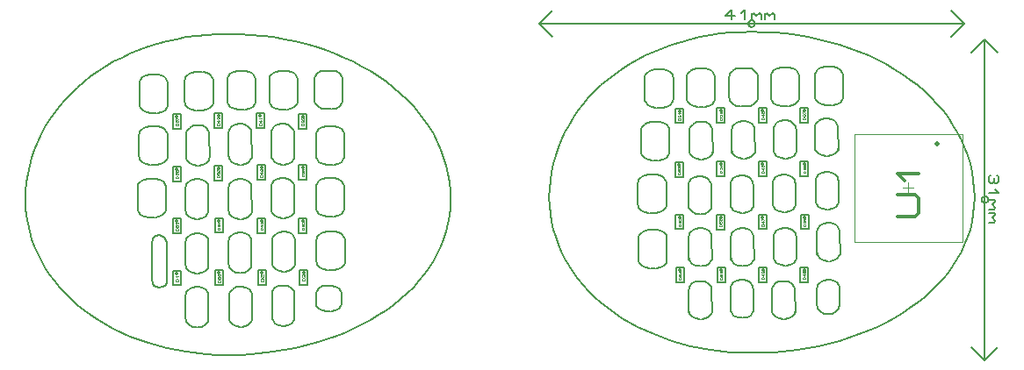
<source format=gbr>
G04 PROTEUS GERBER X2 FILE*
%TF.GenerationSoftware,Labcenter,Proteus,8.9-SP2-Build28501*%
%TF.CreationDate,2020-07-12T19:41:18+00:00*%
%TF.FileFunction,AssemblyDrawing,Top*%
%TF.FilePolarity,Positive*%
%TF.Part,Single*%
%TF.SameCoordinates,{dc61f2e1-3fbc-4622-b235-fc52ee95e5fb}*%
%FSLAX45Y45*%
%MOMM*%
G01*
%TA.AperFunction,Material*%
%ADD34C,0.050000*%
%ADD35C,0.502920*%
%ADD36C,0.348330*%
%ADD22C,0.203200*%
%ADD37C,0.304800*%
%ADD38C,0.045720*%
%ADD39C,0.035560*%
%TA.AperFunction,Profile*%
%ADD18C,0.203200*%
%TA.AperFunction,NonMaterial*%
%ADD19C,0.203200*%
%TD.AperFunction*%
D34*
X+1440000Y-5365000D02*
X+1440000Y-6405000D01*
X+2480000Y-6405000D01*
X+2480000Y-5365000D01*
X+1440000Y-5365000D01*
X+2010000Y-5885000D02*
X+1910000Y-5885000D01*
X+1960000Y-5935000D02*
X+1960000Y-5835000D01*
D35*
X+2240000Y-5465000D02*
X+2240000Y-5465000D01*
D36*
X+1855500Y-6163666D02*
X+2029667Y-6163666D01*
X+2064500Y-6128833D01*
X+2064500Y-5989500D01*
X+2029667Y-5954667D01*
X+1855500Y-5954667D01*
X+1925167Y-5815334D02*
X+1855500Y-5745667D01*
X+2064500Y-5745667D01*
D22*
X-5128100Y-6826840D02*
X-5051900Y-6826840D01*
X-5051900Y-6684600D01*
X-5128100Y-6684600D01*
X-5128100Y-6826840D01*
D37*
X-5090000Y-6710000D02*
X-5090000Y-6710000D01*
D38*
X-5076284Y-6792296D02*
X-5103716Y-6792296D01*
X-5103716Y-6774008D01*
X-5094572Y-6764864D01*
X-5085428Y-6764864D01*
X-5076284Y-6774008D01*
X-5076284Y-6792296D01*
X-5094572Y-6746576D02*
X-5103716Y-6737432D01*
X-5076284Y-6737432D01*
D22*
X-5129100Y-5312840D02*
X-5052900Y-5312840D01*
X-5052900Y-5170600D01*
X-5129100Y-5170600D01*
X-5129100Y-5312840D01*
D37*
X-5091000Y-5196000D02*
X-5091000Y-5196000D01*
D39*
X-5080332Y-5284392D02*
X-5101668Y-5284392D01*
X-5101668Y-5270168D01*
X-5094556Y-5263056D01*
X-5087444Y-5263056D01*
X-5080332Y-5270168D01*
X-5080332Y-5284392D01*
X-5101668Y-5234608D02*
X-5101668Y-5252388D01*
X-5094556Y-5252388D01*
X-5094556Y-5238164D01*
X-5091000Y-5234608D01*
X-5083888Y-5234608D01*
X-5080332Y-5238164D01*
X-5080332Y-5248832D01*
X-5083888Y-5252388D01*
X-5101668Y-5223940D02*
X-5101668Y-5206160D01*
X-5098112Y-5206160D01*
X-5080332Y-5223940D01*
D22*
X-5128100Y-5821840D02*
X-5051900Y-5821840D01*
X-5051900Y-5679600D01*
X-5128100Y-5679600D01*
X-5128100Y-5821840D01*
D37*
X-5090000Y-5705000D02*
X-5090000Y-5705000D01*
D39*
X-5079332Y-5793392D02*
X-5100668Y-5793392D01*
X-5100668Y-5779168D01*
X-5093556Y-5772056D01*
X-5086444Y-5772056D01*
X-5079332Y-5779168D01*
X-5079332Y-5793392D01*
X-5100668Y-5743608D02*
X-5100668Y-5761388D01*
X-5093556Y-5761388D01*
X-5093556Y-5747164D01*
X-5090000Y-5743608D01*
X-5082888Y-5743608D01*
X-5079332Y-5747164D01*
X-5079332Y-5757832D01*
X-5082888Y-5761388D01*
X-5090000Y-5729384D02*
X-5093556Y-5732940D01*
X-5097112Y-5732940D01*
X-5100668Y-5729384D01*
X-5100668Y-5718716D01*
X-5097112Y-5715160D01*
X-5093556Y-5715160D01*
X-5090000Y-5718716D01*
X-5090000Y-5729384D01*
X-5086444Y-5732940D01*
X-5082888Y-5732940D01*
X-5079332Y-5729384D01*
X-5079332Y-5718716D01*
X-5082888Y-5715160D01*
X-5086444Y-5715160D01*
X-5090000Y-5718716D01*
D22*
X-5128100Y-6326840D02*
X-5051900Y-6326840D01*
X-5051900Y-6184600D01*
X-5128100Y-6184600D01*
X-5128100Y-6326840D01*
D37*
X-5090000Y-6210000D02*
X-5090000Y-6210000D01*
D39*
X-5079332Y-6298392D02*
X-5100668Y-6298392D01*
X-5100668Y-6284168D01*
X-5093556Y-6277056D01*
X-5086444Y-6277056D01*
X-5079332Y-6284168D01*
X-5079332Y-6298392D01*
X-5100668Y-6248608D02*
X-5100668Y-6266388D01*
X-5093556Y-6266388D01*
X-5093556Y-6252164D01*
X-5090000Y-6248608D01*
X-5082888Y-6248608D01*
X-5079332Y-6252164D01*
X-5079332Y-6262832D01*
X-5082888Y-6266388D01*
X-5093556Y-6220160D02*
X-5090000Y-6223716D01*
X-5090000Y-6234384D01*
X-5093556Y-6237940D01*
X-5097112Y-6237940D01*
X-5100668Y-6234384D01*
X-5100668Y-6223716D01*
X-5097112Y-6220160D01*
X-5082888Y-6220160D01*
X-5079332Y-6223716D01*
X-5079332Y-6234384D01*
D22*
X-4309100Y-6821840D02*
X-4232900Y-6821840D01*
X-4232900Y-6679600D01*
X-4309100Y-6679600D01*
X-4309100Y-6821840D01*
D37*
X-4271000Y-6705000D02*
X-4271000Y-6705000D01*
D38*
X-4257284Y-6787296D02*
X-4284716Y-6787296D01*
X-4284716Y-6769008D01*
X-4275572Y-6759864D01*
X-4266428Y-6759864D01*
X-4257284Y-6769008D01*
X-4257284Y-6787296D01*
X-4280144Y-6746148D02*
X-4284716Y-6741576D01*
X-4284716Y-6727860D01*
X-4280144Y-6723288D01*
X-4275572Y-6723288D01*
X-4271000Y-6727860D01*
X-4271000Y-6741576D01*
X-4266428Y-6746148D01*
X-4257284Y-6746148D01*
X-4257284Y-6723288D01*
D22*
X-4324100Y-5310840D02*
X-4247900Y-5310840D01*
X-4247900Y-5168600D01*
X-4324100Y-5168600D01*
X-4324100Y-5310840D01*
D37*
X-4286000Y-5194000D02*
X-4286000Y-5194000D01*
D39*
X-4275332Y-5282392D02*
X-4296668Y-5282392D01*
X-4296668Y-5268168D01*
X-4289556Y-5261056D01*
X-4282444Y-5261056D01*
X-4275332Y-5268168D01*
X-4275332Y-5282392D01*
X-4282444Y-5232608D02*
X-4282444Y-5253944D01*
X-4296668Y-5239720D01*
X-4275332Y-5239720D01*
X-4289556Y-5218384D02*
X-4296668Y-5211272D01*
X-4275332Y-5211272D01*
D22*
X-4313100Y-5810400D02*
X-4236900Y-5810400D01*
X-4236900Y-5668160D01*
X-4313100Y-5668160D01*
X-4313100Y-5810400D01*
D37*
X-4275000Y-5693560D02*
X-4275000Y-5693560D01*
D39*
X-4264332Y-5781952D02*
X-4285668Y-5781952D01*
X-4285668Y-5767728D01*
X-4278556Y-5760616D01*
X-4271444Y-5760616D01*
X-4264332Y-5767728D01*
X-4264332Y-5781952D01*
X-4271444Y-5732168D02*
X-4271444Y-5753504D01*
X-4285668Y-5739280D01*
X-4264332Y-5739280D01*
X-4282112Y-5721500D02*
X-4285668Y-5717944D01*
X-4285668Y-5707276D01*
X-4282112Y-5703720D01*
X-4278556Y-5703720D01*
X-4275000Y-5707276D01*
X-4275000Y-5717944D01*
X-4271444Y-5721500D01*
X-4264332Y-5721500D01*
X-4264332Y-5703720D01*
D22*
X-4311100Y-6320840D02*
X-4234900Y-6320840D01*
X-4234900Y-6178600D01*
X-4311100Y-6178600D01*
X-4311100Y-6320840D01*
D37*
X-4273000Y-6204000D02*
X-4273000Y-6204000D01*
D39*
X-4262332Y-6292392D02*
X-4283668Y-6292392D01*
X-4283668Y-6278168D01*
X-4276556Y-6271056D01*
X-4269444Y-6271056D01*
X-4262332Y-6278168D01*
X-4262332Y-6292392D01*
X-4269444Y-6242608D02*
X-4269444Y-6263944D01*
X-4283668Y-6249720D01*
X-4262332Y-6249720D01*
X-4280112Y-6231940D02*
X-4283668Y-6228384D01*
X-4283668Y-6217716D01*
X-4280112Y-6214160D01*
X-4276556Y-6214160D01*
X-4273000Y-6217716D01*
X-4269444Y-6214160D01*
X-4265888Y-6214160D01*
X-4262332Y-6217716D01*
X-4262332Y-6228384D01*
X-4265888Y-6231940D01*
X-4273000Y-6224828D02*
X-4273000Y-6217716D01*
D22*
X-3908100Y-6820400D02*
X-3831900Y-6820400D01*
X-3831900Y-6678160D01*
X-3908100Y-6678160D01*
X-3908100Y-6820400D01*
D37*
X-3870000Y-6703560D02*
X-3870000Y-6703560D01*
D38*
X-3856284Y-6785856D02*
X-3883716Y-6785856D01*
X-3883716Y-6767568D01*
X-3874572Y-6758424D01*
X-3865428Y-6758424D01*
X-3856284Y-6767568D01*
X-3856284Y-6785856D01*
X-3879144Y-6744708D02*
X-3883716Y-6740136D01*
X-3883716Y-6726420D01*
X-3879144Y-6721848D01*
X-3874572Y-6721848D01*
X-3870000Y-6726420D01*
X-3865428Y-6721848D01*
X-3860856Y-6721848D01*
X-3856284Y-6726420D01*
X-3856284Y-6740136D01*
X-3860856Y-6744708D01*
X-3870000Y-6735564D02*
X-3870000Y-6726420D01*
D22*
X-3915100Y-5312840D02*
X-3838900Y-5312840D01*
X-3838900Y-5170600D01*
X-3915100Y-5170600D01*
X-3915100Y-5312840D01*
D37*
X-3877000Y-5196000D02*
X-3877000Y-5196000D01*
D39*
X-3866332Y-5284392D02*
X-3887668Y-5284392D01*
X-3887668Y-5270168D01*
X-3880556Y-5263056D01*
X-3873444Y-5263056D01*
X-3866332Y-5270168D01*
X-3866332Y-5284392D01*
X-3884112Y-5252388D02*
X-3887668Y-5248832D01*
X-3887668Y-5238164D01*
X-3884112Y-5234608D01*
X-3880556Y-5234608D01*
X-3877000Y-5238164D01*
X-3873444Y-5234608D01*
X-3869888Y-5234608D01*
X-3866332Y-5238164D01*
X-3866332Y-5248832D01*
X-3869888Y-5252388D01*
X-3877000Y-5245276D02*
X-3877000Y-5238164D01*
X-3884112Y-5223940D02*
X-3887668Y-5220384D01*
X-3887668Y-5209716D01*
X-3884112Y-5206160D01*
X-3880556Y-5206160D01*
X-3877000Y-5209716D01*
X-3873444Y-5206160D01*
X-3869888Y-5206160D01*
X-3866332Y-5209716D01*
X-3866332Y-5220384D01*
X-3869888Y-5223940D01*
X-3877000Y-5216828D02*
X-3877000Y-5209716D01*
D22*
X-3914100Y-5805280D02*
X-3837900Y-5805280D01*
X-3837900Y-5663040D01*
X-3914100Y-5663040D01*
X-3914100Y-5805280D01*
D37*
X-3876000Y-5688440D02*
X-3876000Y-5688440D01*
D39*
X-3865332Y-5776832D02*
X-3886668Y-5776832D01*
X-3886668Y-5762608D01*
X-3879556Y-5755496D01*
X-3872444Y-5755496D01*
X-3865332Y-5762608D01*
X-3865332Y-5776832D01*
X-3883112Y-5744828D02*
X-3886668Y-5741272D01*
X-3886668Y-5730604D01*
X-3883112Y-5727048D01*
X-3879556Y-5727048D01*
X-3876000Y-5730604D01*
X-3872444Y-5727048D01*
X-3868888Y-5727048D01*
X-3865332Y-5730604D01*
X-3865332Y-5741272D01*
X-3868888Y-5744828D01*
X-3876000Y-5737716D02*
X-3876000Y-5730604D01*
X-3872444Y-5698600D02*
X-3872444Y-5719936D01*
X-3886668Y-5705712D01*
X-3865332Y-5705712D01*
D22*
X-3913100Y-6320400D02*
X-3836900Y-6320400D01*
X-3836900Y-6178160D01*
X-3913100Y-6178160D01*
X-3913100Y-6320400D01*
D37*
X-3875000Y-6203560D02*
X-3875000Y-6203560D01*
D39*
X-3864332Y-6291952D02*
X-3885668Y-6291952D01*
X-3885668Y-6277728D01*
X-3878556Y-6270616D01*
X-3871444Y-6270616D01*
X-3864332Y-6277728D01*
X-3864332Y-6291952D01*
X-3882112Y-6259948D02*
X-3885668Y-6256392D01*
X-3885668Y-6245724D01*
X-3882112Y-6242168D01*
X-3878556Y-6242168D01*
X-3875000Y-6245724D01*
X-3871444Y-6242168D01*
X-3867888Y-6242168D01*
X-3864332Y-6245724D01*
X-3864332Y-6256392D01*
X-3867888Y-6259948D01*
X-3875000Y-6252836D02*
X-3875000Y-6245724D01*
X-3885668Y-6213720D02*
X-3885668Y-6231500D01*
X-3878556Y-6231500D01*
X-3878556Y-6217276D01*
X-3875000Y-6213720D01*
X-3867888Y-6213720D01*
X-3864332Y-6217276D01*
X-3864332Y-6227944D01*
X-3867888Y-6231500D01*
D22*
X-4721100Y-6825840D02*
X-4644900Y-6825840D01*
X-4644900Y-6683600D01*
X-4721100Y-6683600D01*
X-4721100Y-6825840D01*
D37*
X-4683000Y-6709000D02*
X-4683000Y-6709000D01*
D39*
X-4672332Y-6797392D02*
X-4693668Y-6797392D01*
X-4693668Y-6783168D01*
X-4686556Y-6776056D01*
X-4679444Y-6776056D01*
X-4672332Y-6783168D01*
X-4672332Y-6797392D01*
X-4690112Y-6765388D02*
X-4693668Y-6761832D01*
X-4693668Y-6751164D01*
X-4690112Y-6747608D01*
X-4686556Y-6747608D01*
X-4683000Y-6751164D01*
X-4679444Y-6747608D01*
X-4675888Y-6747608D01*
X-4672332Y-6751164D01*
X-4672332Y-6761832D01*
X-4675888Y-6765388D01*
X-4683000Y-6758276D02*
X-4683000Y-6751164D01*
X-4690112Y-6719160D02*
X-4693668Y-6722716D01*
X-4693668Y-6733384D01*
X-4690112Y-6736940D01*
X-4675888Y-6736940D01*
X-4672332Y-6733384D01*
X-4672332Y-6722716D01*
X-4675888Y-6719160D01*
X-4679444Y-6719160D01*
X-4683000Y-6722716D01*
X-4683000Y-6736940D01*
D22*
X-4729100Y-5309840D02*
X-4652900Y-5309840D01*
X-4652900Y-5167600D01*
X-4729100Y-5167600D01*
X-4729100Y-5309840D01*
D37*
X-4691000Y-5193000D02*
X-4691000Y-5193000D01*
D39*
X-4680332Y-5281392D02*
X-4701668Y-5281392D01*
X-4701668Y-5267168D01*
X-4694556Y-5260056D01*
X-4687444Y-5260056D01*
X-4680332Y-5267168D01*
X-4680332Y-5281392D01*
X-4687444Y-5231608D02*
X-4687444Y-5252944D01*
X-4701668Y-5238720D01*
X-4680332Y-5238720D01*
X-4694556Y-5203160D02*
X-4691000Y-5206716D01*
X-4691000Y-5217384D01*
X-4694556Y-5220940D01*
X-4698112Y-5220940D01*
X-4701668Y-5217384D01*
X-4701668Y-5206716D01*
X-4698112Y-5203160D01*
X-4683888Y-5203160D01*
X-4680332Y-5206716D01*
X-4680332Y-5217384D01*
D22*
X-4729100Y-5814840D02*
X-4652900Y-5814840D01*
X-4652900Y-5672600D01*
X-4729100Y-5672600D01*
X-4729100Y-5814840D01*
D37*
X-4691000Y-5698000D02*
X-4691000Y-5698000D01*
D39*
X-4680332Y-5786392D02*
X-4701668Y-5786392D01*
X-4701668Y-5772168D01*
X-4694556Y-5765056D01*
X-4687444Y-5765056D01*
X-4680332Y-5772168D01*
X-4680332Y-5786392D01*
X-4701668Y-5736608D02*
X-4701668Y-5754388D01*
X-4694556Y-5754388D01*
X-4694556Y-5740164D01*
X-4691000Y-5736608D01*
X-4683888Y-5736608D01*
X-4680332Y-5740164D01*
X-4680332Y-5750832D01*
X-4683888Y-5754388D01*
X-4683888Y-5729496D02*
X-4698112Y-5729496D01*
X-4701668Y-5725940D01*
X-4701668Y-5711716D01*
X-4698112Y-5708160D01*
X-4683888Y-5708160D01*
X-4680332Y-5711716D01*
X-4680332Y-5725940D01*
X-4683888Y-5729496D01*
X-4680332Y-5729496D02*
X-4701668Y-5708160D01*
D22*
X-4725100Y-6319840D02*
X-4648900Y-6319840D01*
X-4648900Y-6177600D01*
X-4725100Y-6177600D01*
X-4725100Y-6319840D01*
D37*
X-4687000Y-6203000D02*
X-4687000Y-6203000D01*
D39*
X-4676332Y-6291392D02*
X-4697668Y-6291392D01*
X-4697668Y-6277168D01*
X-4690556Y-6270056D01*
X-4683444Y-6270056D01*
X-4676332Y-6277168D01*
X-4676332Y-6291392D01*
X-4697668Y-6241608D02*
X-4697668Y-6259388D01*
X-4690556Y-6259388D01*
X-4690556Y-6245164D01*
X-4687000Y-6241608D01*
X-4679888Y-6241608D01*
X-4676332Y-6245164D01*
X-4676332Y-6255832D01*
X-4679888Y-6259388D01*
X-4690556Y-6227384D02*
X-4697668Y-6220272D01*
X-4676332Y-6220272D01*
D22*
X+918900Y-5254840D02*
X+995100Y-5254840D01*
X+995100Y-5112600D01*
X+918900Y-5112600D01*
X+918900Y-5254840D01*
D37*
X+957000Y-5138000D02*
X+957000Y-5138000D01*
D39*
X+967668Y-5226392D02*
X+946332Y-5226392D01*
X+946332Y-5212168D01*
X+953444Y-5205056D01*
X+960556Y-5205056D01*
X+967668Y-5212168D01*
X+967668Y-5226392D01*
X+949888Y-5194388D02*
X+946332Y-5190832D01*
X+946332Y-5180164D01*
X+949888Y-5176608D01*
X+953444Y-5176608D01*
X+957000Y-5180164D01*
X+960556Y-5176608D01*
X+964112Y-5176608D01*
X+967668Y-5180164D01*
X+967668Y-5190832D01*
X+964112Y-5194388D01*
X+957000Y-5187276D02*
X+957000Y-5180164D01*
X+946332Y-5165940D02*
X+946332Y-5148160D01*
X+949888Y-5148160D01*
X+967668Y-5165940D01*
D22*
X+921900Y-5770400D02*
X+998100Y-5770400D01*
X+998100Y-5628160D01*
X+921900Y-5628160D01*
X+921900Y-5770400D01*
D37*
X+960000Y-5653560D02*
X+960000Y-5653560D01*
D39*
X+970668Y-5741952D02*
X+949332Y-5741952D01*
X+949332Y-5727728D01*
X+956444Y-5720616D01*
X+963556Y-5720616D01*
X+970668Y-5727728D01*
X+970668Y-5741952D01*
X+952888Y-5709948D02*
X+949332Y-5706392D01*
X+949332Y-5695724D01*
X+952888Y-5692168D01*
X+956444Y-5692168D01*
X+960000Y-5695724D01*
X+963556Y-5692168D01*
X+967112Y-5692168D01*
X+970668Y-5695724D01*
X+970668Y-5706392D01*
X+967112Y-5709948D01*
X+960000Y-5702836D02*
X+960000Y-5695724D01*
X+960000Y-5677944D02*
X+956444Y-5681500D01*
X+952888Y-5681500D01*
X+949332Y-5677944D01*
X+949332Y-5667276D01*
X+952888Y-5663720D01*
X+956444Y-5663720D01*
X+960000Y-5667276D01*
X+960000Y-5677944D01*
X+963556Y-5681500D01*
X+967112Y-5681500D01*
X+970668Y-5677944D01*
X+970668Y-5667276D01*
X+967112Y-5663720D01*
X+963556Y-5663720D01*
X+960000Y-5667276D01*
D22*
X+922460Y-6284840D02*
X+998660Y-6284840D01*
X+998660Y-6142600D01*
X+922460Y-6142600D01*
X+922460Y-6284840D01*
D37*
X+960560Y-6168000D02*
X+960560Y-6168000D01*
D39*
X+971228Y-6256392D02*
X+949892Y-6256392D01*
X+949892Y-6242168D01*
X+957004Y-6235056D01*
X+964116Y-6235056D01*
X+971228Y-6242168D01*
X+971228Y-6256392D01*
X+953448Y-6224388D02*
X+949892Y-6220832D01*
X+949892Y-6210164D01*
X+953448Y-6206608D01*
X+957004Y-6206608D01*
X+960560Y-6210164D01*
X+964116Y-6206608D01*
X+967672Y-6206608D01*
X+971228Y-6210164D01*
X+971228Y-6220832D01*
X+967672Y-6224388D01*
X+960560Y-6217276D02*
X+960560Y-6210164D01*
X+957004Y-6178160D02*
X+960560Y-6181716D01*
X+960560Y-6192384D01*
X+957004Y-6195940D01*
X+953448Y-6195940D01*
X+949892Y-6192384D01*
X+949892Y-6181716D01*
X+953448Y-6178160D01*
X+967672Y-6178160D01*
X+971228Y-6181716D01*
X+971228Y-6192384D01*
D22*
X+919460Y-6794840D02*
X+995660Y-6794840D01*
X+995660Y-6652600D01*
X+919460Y-6652600D01*
X+919460Y-6794840D01*
D37*
X+957560Y-6678000D02*
X+957560Y-6678000D01*
D39*
X+968228Y-6766392D02*
X+946892Y-6766392D01*
X+946892Y-6752168D01*
X+954004Y-6745056D01*
X+961116Y-6745056D01*
X+968228Y-6752168D01*
X+968228Y-6766392D01*
X+961116Y-6716608D02*
X+961116Y-6737944D01*
X+946892Y-6723720D01*
X+968228Y-6723720D01*
X+964672Y-6709496D02*
X+950448Y-6709496D01*
X+946892Y-6705940D01*
X+946892Y-6691716D01*
X+950448Y-6688160D01*
X+964672Y-6688160D01*
X+968228Y-6691716D01*
X+968228Y-6705940D01*
X+964672Y-6709496D01*
X+968228Y-6709496D02*
X+946892Y-6688160D01*
D22*
X+519900Y-5253840D02*
X+596100Y-5253840D01*
X+596100Y-5111600D01*
X+519900Y-5111600D01*
X+519900Y-5253840D01*
D37*
X+558000Y-5137000D02*
X+558000Y-5137000D01*
D39*
X+568668Y-5225392D02*
X+547332Y-5225392D01*
X+547332Y-5211168D01*
X+554444Y-5204056D01*
X+561556Y-5204056D01*
X+568668Y-5211168D01*
X+568668Y-5225392D01*
X+561556Y-5175608D02*
X+561556Y-5196944D01*
X+547332Y-5182720D01*
X+568668Y-5182720D01*
X+547332Y-5147160D02*
X+547332Y-5164940D01*
X+554444Y-5164940D01*
X+554444Y-5150716D01*
X+558000Y-5147160D01*
X+565112Y-5147160D01*
X+568668Y-5150716D01*
X+568668Y-5161384D01*
X+565112Y-5164940D01*
D22*
X+519460Y-5772840D02*
X+595660Y-5772840D01*
X+595660Y-5630600D01*
X+519460Y-5630600D01*
X+519460Y-5772840D01*
D37*
X+557560Y-5656000D02*
X+557560Y-5656000D01*
D39*
X+568228Y-5744392D02*
X+546892Y-5744392D01*
X+546892Y-5730168D01*
X+554004Y-5723056D01*
X+561116Y-5723056D01*
X+568228Y-5730168D01*
X+568228Y-5744392D01*
X+561116Y-5694608D02*
X+561116Y-5715944D01*
X+546892Y-5701720D01*
X+568228Y-5701720D01*
X+550448Y-5666160D02*
X+546892Y-5669716D01*
X+546892Y-5680384D01*
X+550448Y-5683940D01*
X+564672Y-5683940D01*
X+568228Y-5680384D01*
X+568228Y-5669716D01*
X+564672Y-5666160D01*
X+561116Y-5666160D01*
X+557560Y-5669716D01*
X+557560Y-5683940D01*
D22*
X+517900Y-6285400D02*
X+594100Y-6285400D01*
X+594100Y-6143160D01*
X+517900Y-6143160D01*
X+517900Y-6285400D01*
D37*
X+556000Y-6168560D02*
X+556000Y-6168560D01*
D39*
X+566668Y-6256952D02*
X+545332Y-6256952D01*
X+545332Y-6242728D01*
X+552444Y-6235616D01*
X+559556Y-6235616D01*
X+566668Y-6242728D01*
X+566668Y-6256952D01*
X+559556Y-6207168D02*
X+559556Y-6228504D01*
X+545332Y-6214280D01*
X+566668Y-6214280D01*
X+545332Y-6196500D02*
X+545332Y-6178720D01*
X+548888Y-6178720D01*
X+566668Y-6196500D01*
D22*
X+521900Y-6796840D02*
X+598100Y-6796840D01*
X+598100Y-6654600D01*
X+521900Y-6654600D01*
X+521900Y-6796840D01*
D37*
X+560000Y-6680000D02*
X+560000Y-6680000D01*
D39*
X+570668Y-6768392D02*
X+549332Y-6768392D01*
X+549332Y-6754168D01*
X+556444Y-6747056D01*
X+563556Y-6747056D01*
X+570668Y-6754168D01*
X+570668Y-6768392D01*
X+563556Y-6718608D02*
X+563556Y-6739944D01*
X+549332Y-6725720D01*
X+570668Y-6725720D01*
X+560000Y-6704384D02*
X+556444Y-6707940D01*
X+552888Y-6707940D01*
X+549332Y-6704384D01*
X+549332Y-6693716D01*
X+552888Y-6690160D01*
X+556444Y-6690160D01*
X+560000Y-6693716D01*
X+560000Y-6704384D01*
X+563556Y-6707940D01*
X+567112Y-6707940D01*
X+570668Y-6704384D01*
X+570668Y-6693716D01*
X+567112Y-6690160D01*
X+563556Y-6690160D01*
X+560000Y-6693716D01*
D22*
X+116900Y-5257400D02*
X+193100Y-5257400D01*
X+193100Y-5115160D01*
X+116900Y-5115160D01*
X+116900Y-5257400D01*
D37*
X+155000Y-5140560D02*
X+155000Y-5140560D01*
D39*
X+165668Y-5228952D02*
X+144332Y-5228952D01*
X+144332Y-5214728D01*
X+151444Y-5207616D01*
X+158556Y-5207616D01*
X+165668Y-5214728D01*
X+165668Y-5228952D01*
X+144332Y-5179168D02*
X+144332Y-5196948D01*
X+151444Y-5196948D01*
X+151444Y-5182724D01*
X+155000Y-5179168D01*
X+162112Y-5179168D01*
X+165668Y-5182724D01*
X+165668Y-5193392D01*
X+162112Y-5196948D01*
X+147888Y-5168500D02*
X+144332Y-5164944D01*
X+144332Y-5154276D01*
X+147888Y-5150720D01*
X+151444Y-5150720D01*
X+155000Y-5154276D01*
X+158556Y-5150720D01*
X+162112Y-5150720D01*
X+165668Y-5154276D01*
X+165668Y-5164944D01*
X+162112Y-5168500D01*
X+155000Y-5161388D02*
X+155000Y-5154276D01*
D22*
X+116900Y-5770400D02*
X+193100Y-5770400D01*
X+193100Y-5628160D01*
X+116900Y-5628160D01*
X+116900Y-5770400D01*
D37*
X+155000Y-5653560D02*
X+155000Y-5653560D01*
D39*
X+165668Y-5741952D02*
X+144332Y-5741952D01*
X+144332Y-5727728D01*
X+151444Y-5720616D01*
X+158556Y-5720616D01*
X+165668Y-5727728D01*
X+165668Y-5741952D01*
X+144332Y-5692168D02*
X+144332Y-5709948D01*
X+151444Y-5709948D01*
X+151444Y-5695724D01*
X+155000Y-5692168D01*
X+162112Y-5692168D01*
X+165668Y-5695724D01*
X+165668Y-5706392D01*
X+162112Y-5709948D01*
X+158556Y-5663720D02*
X+158556Y-5685056D01*
X+144332Y-5670832D01*
X+165668Y-5670832D01*
D22*
X+113900Y-6287960D02*
X+190100Y-6287960D01*
X+190100Y-6145720D01*
X+113900Y-6145720D01*
X+113900Y-6287960D01*
D37*
X+152000Y-6171120D02*
X+152000Y-6171120D01*
D39*
X+162668Y-6259512D02*
X+141332Y-6259512D01*
X+141332Y-6245288D01*
X+148444Y-6238176D01*
X+155556Y-6238176D01*
X+162668Y-6245288D01*
X+162668Y-6259512D01*
X+141332Y-6209728D02*
X+141332Y-6227508D01*
X+148444Y-6227508D01*
X+148444Y-6213284D01*
X+152000Y-6209728D01*
X+159112Y-6209728D01*
X+162668Y-6213284D01*
X+162668Y-6223952D01*
X+159112Y-6227508D01*
X+141332Y-6181280D02*
X+141332Y-6199060D01*
X+148444Y-6199060D01*
X+148444Y-6184836D01*
X+152000Y-6181280D01*
X+159112Y-6181280D01*
X+162668Y-6184836D01*
X+162668Y-6195504D01*
X+159112Y-6199060D01*
D22*
X+118900Y-6797960D02*
X+195100Y-6797960D01*
X+195100Y-6655720D01*
X+118900Y-6655720D01*
X+118900Y-6797960D01*
D37*
X+157000Y-6681120D02*
X+157000Y-6681120D01*
D39*
X+167668Y-6769512D02*
X+146332Y-6769512D01*
X+146332Y-6755288D01*
X+153444Y-6748176D01*
X+160556Y-6748176D01*
X+167668Y-6755288D01*
X+167668Y-6769512D01*
X+146332Y-6719728D02*
X+146332Y-6737508D01*
X+153444Y-6737508D01*
X+153444Y-6723284D01*
X+157000Y-6719728D01*
X+164112Y-6719728D01*
X+167668Y-6723284D01*
X+167668Y-6733952D01*
X+164112Y-6737508D01*
X+149888Y-6691280D02*
X+146332Y-6694836D01*
X+146332Y-6705504D01*
X+149888Y-6709060D01*
X+164112Y-6709060D01*
X+167668Y-6705504D01*
X+167668Y-6694836D01*
X+164112Y-6691280D01*
X+160556Y-6691280D01*
X+157000Y-6694836D01*
X+157000Y-6709060D01*
D22*
X-283100Y-5261840D02*
X-206900Y-5261840D01*
X-206900Y-5119600D01*
X-283100Y-5119600D01*
X-283100Y-5261840D01*
D37*
X-245000Y-5145000D02*
X-245000Y-5145000D01*
D39*
X-234332Y-5233392D02*
X-255668Y-5233392D01*
X-255668Y-5219168D01*
X-248556Y-5212056D01*
X-241444Y-5212056D01*
X-234332Y-5219168D01*
X-234332Y-5233392D01*
X-252112Y-5183608D02*
X-255668Y-5187164D01*
X-255668Y-5197832D01*
X-252112Y-5201388D01*
X-237888Y-5201388D01*
X-234332Y-5197832D01*
X-234332Y-5187164D01*
X-237888Y-5183608D01*
X-241444Y-5183608D01*
X-245000Y-5187164D01*
X-245000Y-5201388D01*
X-248556Y-5169384D02*
X-255668Y-5162272D01*
X-234332Y-5162272D01*
D22*
X-287220Y-5783280D02*
X-211020Y-5783280D01*
X-211020Y-5641040D01*
X-287220Y-5641040D01*
X-287220Y-5783280D01*
D37*
X-249120Y-5666440D02*
X-249120Y-5666440D01*
D39*
X-238452Y-5754832D02*
X-259788Y-5754832D01*
X-259788Y-5740608D01*
X-252676Y-5733496D01*
X-245564Y-5733496D01*
X-238452Y-5740608D01*
X-238452Y-5754832D01*
X-256232Y-5705048D02*
X-259788Y-5708604D01*
X-259788Y-5719272D01*
X-256232Y-5722828D01*
X-242008Y-5722828D01*
X-238452Y-5719272D01*
X-238452Y-5708604D01*
X-242008Y-5705048D01*
X-245564Y-5705048D01*
X-249120Y-5708604D01*
X-249120Y-5722828D01*
X-256232Y-5694380D02*
X-259788Y-5690824D01*
X-259788Y-5680156D01*
X-256232Y-5676600D01*
X-252676Y-5676600D01*
X-249120Y-5680156D01*
X-249120Y-5690824D01*
X-245564Y-5694380D01*
X-238452Y-5694380D01*
X-238452Y-5676600D01*
D22*
X-279100Y-6799280D02*
X-202900Y-6799280D01*
X-202900Y-6657040D01*
X-279100Y-6657040D01*
X-279100Y-6799280D01*
D37*
X-241000Y-6682440D02*
X-241000Y-6682440D01*
D39*
X-230332Y-6770832D02*
X-251668Y-6770832D01*
X-251668Y-6756608D01*
X-244556Y-6749496D01*
X-237444Y-6749496D01*
X-230332Y-6756608D01*
X-230332Y-6770832D01*
X-248112Y-6721048D02*
X-251668Y-6724604D01*
X-251668Y-6735272D01*
X-248112Y-6738828D01*
X-233888Y-6738828D01*
X-230332Y-6735272D01*
X-230332Y-6724604D01*
X-233888Y-6721048D01*
X-237444Y-6721048D01*
X-241000Y-6724604D01*
X-241000Y-6738828D01*
X-237444Y-6692600D02*
X-237444Y-6713936D01*
X-251668Y-6699712D01*
X-230332Y-6699712D01*
D22*
X-282100Y-6285840D02*
X-205900Y-6285840D01*
X-205900Y-6143600D01*
X-282100Y-6143600D01*
X-282100Y-6285840D01*
D37*
X-244000Y-6169000D02*
X-244000Y-6169000D01*
D39*
X-233332Y-6257392D02*
X-254668Y-6257392D01*
X-254668Y-6243168D01*
X-247556Y-6236056D01*
X-240444Y-6236056D01*
X-233332Y-6243168D01*
X-233332Y-6257392D01*
X-251112Y-6207608D02*
X-254668Y-6211164D01*
X-254668Y-6221832D01*
X-251112Y-6225388D01*
X-236888Y-6225388D01*
X-233332Y-6221832D01*
X-233332Y-6211164D01*
X-236888Y-6207608D01*
X-240444Y-6207608D01*
X-244000Y-6211164D01*
X-244000Y-6225388D01*
X-254668Y-6179160D02*
X-254668Y-6196940D01*
X-247556Y-6196940D01*
X-247556Y-6182716D01*
X-244000Y-6179160D01*
X-236888Y-6179160D01*
X-233332Y-6182716D01*
X-233332Y-6193384D01*
X-236888Y-6196940D01*
D18*
X-6550000Y-6000000D02*
X-6547519Y-5916226D01*
X-6540151Y-5833716D01*
X-6528008Y-5752560D01*
X-6511200Y-5672852D01*
X-6489840Y-5594681D01*
X-6464039Y-5518140D01*
X-6433909Y-5443320D01*
X-6399561Y-5370312D01*
X-6361107Y-5299210D01*
X-6318658Y-5230103D01*
X-6272326Y-5163083D01*
X-6222223Y-5098242D01*
X-6168460Y-5035672D01*
X-6111149Y-4975464D01*
X-6050401Y-4917709D01*
X-5986328Y-4862500D01*
X-5919042Y-4809927D01*
X-5848653Y-4760083D01*
X-5775275Y-4713058D01*
X-5699017Y-4668945D01*
X-5619993Y-4627835D01*
X-5538313Y-4589819D01*
X-5454089Y-4554990D01*
X-5367432Y-4523438D01*
X-5278454Y-4495255D01*
X-5187267Y-4470532D01*
X-5093983Y-4449362D01*
X-4998712Y-4431836D01*
X-4901567Y-4418045D01*
X-4802659Y-4408081D01*
X-4702099Y-4402036D01*
X-4600000Y-4400000D01*
X-4487429Y-4402036D01*
X-4376556Y-4408081D01*
X-4267503Y-4418045D01*
X-4160394Y-4431836D01*
X-4055352Y-4449362D01*
X-3952500Y-4470532D01*
X-3851961Y-4495255D01*
X-3753857Y-4523438D01*
X-3658313Y-4554990D01*
X-3565450Y-4589819D01*
X-3475393Y-4627835D01*
X-3388263Y-4668945D01*
X-3304184Y-4713058D01*
X-3223279Y-4760083D01*
X-3145672Y-4809927D01*
X-3071484Y-4862500D01*
X-3000840Y-4917709D01*
X-2933861Y-4975464D01*
X-2870672Y-5035672D01*
X-2811395Y-5098242D01*
X-2756153Y-5163083D01*
X-2705070Y-5230103D01*
X-2658267Y-5299210D01*
X-2615869Y-5370312D01*
X-2577998Y-5443320D01*
X-2544778Y-5518140D01*
X-2516331Y-5594681D01*
X-2492780Y-5672852D01*
X-2474248Y-5752560D01*
X-2460859Y-5833716D01*
X-2452735Y-5916226D01*
X-2450000Y-6000000D01*
X-2452735Y-6078538D01*
X-2460859Y-6155891D01*
X-2474248Y-6231975D01*
X-2492780Y-6306702D01*
X-2516331Y-6379987D01*
X-2544778Y-6451744D01*
X-2577998Y-6521888D01*
X-2615869Y-6590332D01*
X-2658267Y-6656991D01*
X-2705070Y-6721779D01*
X-2756153Y-6784610D01*
X-2811395Y-6845398D01*
X-2870672Y-6904058D01*
X-2933861Y-6960503D01*
X-3000840Y-7014647D01*
X-3071484Y-7066406D01*
X-3145672Y-7115693D01*
X-3223279Y-7162422D01*
X-3304184Y-7206508D01*
X-3388263Y-7247864D01*
X-3475393Y-7286405D01*
X-3565450Y-7322044D01*
X-3753857Y-7384277D01*
X-3952500Y-7433876D01*
X-4160394Y-7470154D01*
X-4376556Y-7492424D01*
X-4487429Y-7498092D01*
X-4600000Y-7500000D01*
X-4702099Y-7498092D01*
X-4802659Y-7492424D01*
X-4998712Y-7470154D01*
X-5187267Y-7433876D01*
X-5367432Y-7384277D01*
X-5538313Y-7322044D01*
X-5699017Y-7247864D01*
X-5848653Y-7162422D01*
X-5919042Y-7115693D01*
X-5986328Y-7066406D01*
X-6050401Y-7014647D01*
X-6111149Y-6960503D01*
X-6168460Y-6904058D01*
X-6222223Y-6845398D01*
X-6272326Y-6784610D01*
X-6318658Y-6721779D01*
X-6361107Y-6656991D01*
X-6399561Y-6590332D01*
X-6433909Y-6521888D01*
X-6464039Y-6451744D01*
X-6489840Y-6379987D01*
X-6511200Y-6306702D01*
X-6528008Y-6231975D01*
X-6540151Y-6155891D01*
X-6547519Y-6078538D01*
X-6550000Y-6000000D01*
D19*
X+2700000Y-4450000D02*
X+2700000Y-7550000D01*
X+2700000Y-4450000D02*
X+2573000Y-4577000D01*
X+2700000Y-4450000D02*
X+2827000Y-4577000D01*
X+2700000Y-7550000D02*
X+2827000Y-7423000D01*
X+2700000Y-7550000D02*
X+2573000Y-7423000D01*
X+2731750Y-6000000D02*
X+2731641Y-5997366D01*
X+2730751Y-5992097D01*
X+2728889Y-5986828D01*
X+2725846Y-5981559D01*
X+2721191Y-5976357D01*
X+2715922Y-5972531D01*
X+2710653Y-5970091D01*
X+2705384Y-5968710D01*
X+2700115Y-5968250D01*
X+2700000Y-5968250D01*
X+2668250Y-6000000D02*
X+2668359Y-5997366D01*
X+2669249Y-5992097D01*
X+2671111Y-5986828D01*
X+2674154Y-5981559D01*
X+2678809Y-5976357D01*
X+2684078Y-5972531D01*
X+2689347Y-5970091D01*
X+2694616Y-5968710D01*
X+2699885Y-5968250D01*
X+2700000Y-5968250D01*
X+2668250Y-6000000D02*
X+2668359Y-6002634D01*
X+2669249Y-6007903D01*
X+2671111Y-6013172D01*
X+2674154Y-6018441D01*
X+2678809Y-6023643D01*
X+2684078Y-6027469D01*
X+2689347Y-6029909D01*
X+2694616Y-6031290D01*
X+2699885Y-6031750D01*
X+2700000Y-6031750D01*
X+2731750Y-6000000D02*
X+2731641Y-6002634D01*
X+2730751Y-6007903D01*
X+2728889Y-6013172D01*
X+2725846Y-6018441D01*
X+2721191Y-6023643D01*
X+2715922Y-6027469D01*
X+2710653Y-6029909D01*
X+2705384Y-6031290D01*
X+2700115Y-6031750D01*
X+2700000Y-6031750D01*
X+2816840Y-5761875D02*
X+2832080Y-5777750D01*
X+2832080Y-5825375D01*
X+2816840Y-5841250D01*
X+2801600Y-5841250D01*
X+2786360Y-5825375D01*
X+2771120Y-5841250D01*
X+2755880Y-5841250D01*
X+2740640Y-5825375D01*
X+2740640Y-5777750D01*
X+2755880Y-5761875D01*
X+2786360Y-5793625D02*
X+2786360Y-5825375D01*
X+2801600Y-5904750D02*
X+2832080Y-5936500D01*
X+2740640Y-5936500D01*
X+2740640Y-6000000D02*
X+2801600Y-6000000D01*
X+2786360Y-6000000D02*
X+2801600Y-6015875D01*
X+2771120Y-6047625D01*
X+2801600Y-6079375D01*
X+2786360Y-6095250D01*
X+2740640Y-6095250D01*
X+2740640Y-6127000D02*
X+2801600Y-6127000D01*
X+2786360Y-6127000D02*
X+2801600Y-6142875D01*
X+2771120Y-6174625D01*
X+2801600Y-6206375D01*
X+2786360Y-6222250D01*
X+2740640Y-6222250D01*
X-1600000Y-4300000D02*
X+2500000Y-4300000D01*
X-1600000Y-4300000D02*
X-1473000Y-4427000D01*
X-1600000Y-4300000D02*
X-1473000Y-4173000D01*
X+2500000Y-4300000D02*
X+2373000Y-4173000D01*
X+2500000Y-4300000D02*
X+2373000Y-4427000D01*
X+481750Y-4300000D02*
X+481641Y-4297366D01*
X+480751Y-4292097D01*
X+478889Y-4286828D01*
X+475846Y-4281559D01*
X+471191Y-4276357D01*
X+465922Y-4272531D01*
X+460653Y-4270091D01*
X+455384Y-4268710D01*
X+450115Y-4268250D01*
X+450000Y-4268250D01*
X+418250Y-4300000D02*
X+418359Y-4297366D01*
X+419249Y-4292097D01*
X+421111Y-4286828D01*
X+424154Y-4281559D01*
X+428809Y-4276357D01*
X+434078Y-4272531D01*
X+439347Y-4270091D01*
X+444616Y-4268710D01*
X+449885Y-4268250D01*
X+450000Y-4268250D01*
X+418250Y-4300000D02*
X+418359Y-4302634D01*
X+419249Y-4307903D01*
X+421111Y-4313172D01*
X+424154Y-4318441D01*
X+428809Y-4323643D01*
X+434078Y-4327469D01*
X+439347Y-4329909D01*
X+444616Y-4331290D01*
X+449885Y-4331750D01*
X+450000Y-4331750D01*
X+481750Y-4300000D02*
X+481641Y-4302634D01*
X+480751Y-4307903D01*
X+478889Y-4313172D01*
X+475846Y-4318441D01*
X+471191Y-4323643D01*
X+465922Y-4327469D01*
X+460653Y-4329909D01*
X+455384Y-4331290D01*
X+450115Y-4331750D01*
X+450000Y-4331750D01*
X+291250Y-4228880D02*
X+196000Y-4228880D01*
X+259500Y-4167920D01*
X+259500Y-4259360D01*
X+354750Y-4198400D02*
X+386500Y-4167920D01*
X+386500Y-4259360D01*
X+450000Y-4259360D02*
X+450000Y-4198400D01*
X+450000Y-4213640D02*
X+465875Y-4198400D01*
X+497625Y-4228880D01*
X+529375Y-4198400D01*
X+545250Y-4213640D01*
X+545250Y-4259360D01*
X+577000Y-4259360D02*
X+577000Y-4198400D01*
X+577000Y-4213640D02*
X+592875Y-4198400D01*
X+624625Y-4228880D01*
X+656375Y-4198400D01*
X+672250Y-4213640D01*
X+672250Y-4259360D01*
D18*
X-4430000Y-4760000D02*
X-4390644Y-4766943D01*
X-4358906Y-4786016D01*
X-4337715Y-4814580D01*
X-4331990Y-4831598D01*
X-4330000Y-4850000D01*
X-4435000Y-5130000D02*
X-4393676Y-5123442D01*
X-4360351Y-5105430D01*
X-4338100Y-5078452D01*
X-4332089Y-5062380D01*
X-4330000Y-5045000D01*
X-4495000Y-5130000D02*
X-4538291Y-5123442D01*
X-4573203Y-5105430D01*
X-4596514Y-5078452D01*
X-4602811Y-5062380D01*
X-4605000Y-5045000D01*
X-4500000Y-4760000D02*
X-4541323Y-4766558D01*
X-4574648Y-4784570D01*
X-4596899Y-4811548D01*
X-4602911Y-4827620D01*
X-4605000Y-4845000D01*
X-4605000Y-5045000D02*
X-4605000Y-4845000D01*
X-4435000Y-4760000D02*
X-4510000Y-4760000D01*
X-4440000Y-5130000D02*
X-4490000Y-5130000D01*
X-4330000Y-4845000D02*
X-4330000Y-5045000D01*
X-4025000Y-4760000D02*
X-3985644Y-4766943D01*
X-3953906Y-4786016D01*
X-3932715Y-4814580D01*
X-3926990Y-4831598D01*
X-3925000Y-4850000D01*
X-4030000Y-5130000D02*
X-3988676Y-5123442D01*
X-3955351Y-5105430D01*
X-3933100Y-5078452D01*
X-3927089Y-5062380D01*
X-3925000Y-5045000D01*
X-4090000Y-5130000D02*
X-4133291Y-5123442D01*
X-4168203Y-5105430D01*
X-4191514Y-5078452D01*
X-4197811Y-5062380D01*
X-4200000Y-5045000D01*
X-4095000Y-4760000D02*
X-4136323Y-4766558D01*
X-4169648Y-4784570D01*
X-4191899Y-4811548D01*
X-4197911Y-4827620D01*
X-4200000Y-4845000D01*
X-4200000Y-5045000D02*
X-4200000Y-4845000D01*
X-4030000Y-4760000D02*
X-4105000Y-4760000D01*
X-4035000Y-5130000D02*
X-4085000Y-5130000D01*
X-3925000Y-4845000D02*
X-3925000Y-5045000D01*
X-4840000Y-4770000D02*
X-4800644Y-4776943D01*
X-4768906Y-4796016D01*
X-4747715Y-4824580D01*
X-4741990Y-4841598D01*
X-4740000Y-4860000D01*
X-4845000Y-5140000D02*
X-4803676Y-5133442D01*
X-4770351Y-5115430D01*
X-4748100Y-5088452D01*
X-4742089Y-5072380D01*
X-4740000Y-5055000D01*
X-4905000Y-5140000D02*
X-4948291Y-5133442D01*
X-4983203Y-5115430D01*
X-5006514Y-5088452D01*
X-5012811Y-5072380D01*
X-5015000Y-5055000D01*
X-4910000Y-4770000D02*
X-4951323Y-4776558D01*
X-4984648Y-4794570D01*
X-5006899Y-4821548D01*
X-5012911Y-4837620D01*
X-5015000Y-4855000D01*
X-5015000Y-5055000D02*
X-5015000Y-4855000D01*
X-4845000Y-4770000D02*
X-4920000Y-4770000D01*
X-4850000Y-5140000D02*
X-4900000Y-5140000D01*
X-4740000Y-4855000D02*
X-4740000Y-5055000D01*
X-3590000Y-4755000D02*
X-3550644Y-4761943D01*
X-3518906Y-4781016D01*
X-3497715Y-4809580D01*
X-3491990Y-4826598D01*
X-3490000Y-4845000D01*
X-3595000Y-5125000D02*
X-3553676Y-5118442D01*
X-3520351Y-5100430D01*
X-3498100Y-5073452D01*
X-3492089Y-5057380D01*
X-3490000Y-5040000D01*
X-3655000Y-5125000D02*
X-3698291Y-5118442D01*
X-3733203Y-5100430D01*
X-3756514Y-5073452D01*
X-3762811Y-5057380D01*
X-3765000Y-5040000D01*
X-3660000Y-4755000D02*
X-3701323Y-4761558D01*
X-3734648Y-4779570D01*
X-3756899Y-4806548D01*
X-3762911Y-4822620D01*
X-3765000Y-4840000D01*
X-3765000Y-5040000D02*
X-3765000Y-4840000D01*
X-3590000Y-4755000D02*
X-3665000Y-4755000D01*
X-3600000Y-5125000D02*
X-3650000Y-5125000D01*
X-3490000Y-4840000D02*
X-3490000Y-5040000D01*
X+810000Y-4725000D02*
X+849356Y-4731943D01*
X+881094Y-4751016D01*
X+902285Y-4779580D01*
X+908010Y-4796598D01*
X+910000Y-4815000D01*
X+805000Y-5095000D02*
X+846324Y-5088442D01*
X+879649Y-5070430D01*
X+901900Y-5043452D01*
X+907911Y-5027380D01*
X+910000Y-5010000D01*
X+745000Y-5095000D02*
X+701709Y-5088442D01*
X+666797Y-5070430D01*
X+643486Y-5043452D01*
X+637189Y-5027380D01*
X+635000Y-5010000D01*
X+740000Y-4725000D02*
X+698677Y-4731558D01*
X+665352Y-4749570D01*
X+643101Y-4776548D01*
X+637089Y-4792620D01*
X+635000Y-4810000D01*
X+635000Y-5010000D02*
X+635000Y-4810000D01*
X+810000Y-4725000D02*
X+735000Y-4725000D01*
X+800000Y-5095000D02*
X+750000Y-5095000D01*
X+910000Y-4810000D02*
X+910000Y-5010000D01*
X+410000Y-4730000D02*
X+449356Y-4736943D01*
X+481094Y-4756016D01*
X+502285Y-4784580D01*
X+508010Y-4801598D01*
X+510000Y-4820000D01*
X+405000Y-5100000D02*
X+446324Y-5093442D01*
X+479649Y-5075430D01*
X+501900Y-5048452D01*
X+507911Y-5032380D01*
X+510000Y-5015000D01*
X+345000Y-5100000D02*
X+301709Y-5093442D01*
X+266797Y-5075430D01*
X+243486Y-5048452D01*
X+237189Y-5032380D01*
X+235000Y-5015000D01*
X+340000Y-4730000D02*
X+298677Y-4736558D01*
X+265352Y-4754570D01*
X+243101Y-4781548D01*
X+237089Y-4797620D01*
X+235000Y-4815000D01*
X+235000Y-5015000D02*
X+235000Y-4815000D01*
X+410000Y-4730000D02*
X+335000Y-4730000D01*
X+400000Y-5100000D02*
X+350000Y-5100000D01*
X+510000Y-4815000D02*
X+510000Y-5015000D01*
X+1235000Y-4720000D02*
X+1274356Y-4726943D01*
X+1306094Y-4746016D01*
X+1327285Y-4774580D01*
X+1333010Y-4791598D01*
X+1335000Y-4810000D01*
X+1230000Y-5090000D02*
X+1271324Y-5083442D01*
X+1304649Y-5065430D01*
X+1326900Y-5038452D01*
X+1332911Y-5022380D01*
X+1335000Y-5005000D01*
X+1170000Y-5090000D02*
X+1126709Y-5083442D01*
X+1091797Y-5065430D01*
X+1068486Y-5038452D01*
X+1062189Y-5022380D01*
X+1060000Y-5005000D01*
X+1165000Y-4720000D02*
X+1123677Y-4726558D01*
X+1090352Y-4744570D01*
X+1068101Y-4771548D01*
X+1062089Y-4787620D01*
X+1060000Y-4805000D01*
X+1060000Y-5005000D02*
X+1060000Y-4805000D01*
X+1235000Y-4720000D02*
X+1160000Y-4720000D01*
X+1225000Y-5090000D02*
X+1175000Y-5090000D01*
X+1335000Y-4805000D02*
X+1335000Y-5005000D01*
X+0Y-4735000D02*
X+39356Y-4741943D01*
X+71094Y-4761016D01*
X+92285Y-4789580D01*
X+98010Y-4806598D01*
X+100000Y-4825000D01*
X-5000Y-5105000D02*
X+36324Y-5098442D01*
X+69649Y-5080430D01*
X+91900Y-5053452D01*
X+97911Y-5037380D01*
X+100000Y-5020000D01*
X-65000Y-5105000D02*
X-108291Y-5098442D01*
X-143203Y-5080430D01*
X-166514Y-5053452D01*
X-172811Y-5037380D01*
X-175000Y-5020000D01*
X-70000Y-4735000D02*
X-111323Y-4741558D01*
X-144648Y-4759570D01*
X-166899Y-4786548D01*
X-172911Y-4802620D01*
X-175000Y-4820000D01*
X-175000Y-5020000D02*
X-175000Y-4820000D01*
X+0Y-4735000D02*
X-75000Y-4735000D01*
X-10000Y-5105000D02*
X-60000Y-5105000D01*
X+100000Y-4820000D02*
X+100000Y-5020000D01*
X-405000Y-4740000D02*
X-365644Y-4746943D01*
X-333906Y-4766016D01*
X-312715Y-4794580D01*
X-306990Y-4811598D01*
X-305000Y-4830000D01*
X-410000Y-5110000D02*
X-368676Y-5103442D01*
X-335351Y-5085430D01*
X-313100Y-5058452D01*
X-307089Y-5042380D01*
X-305000Y-5025000D01*
X-470000Y-5110000D02*
X-513291Y-5103442D01*
X-548203Y-5085430D01*
X-571514Y-5058452D01*
X-577811Y-5042380D01*
X-580000Y-5025000D01*
X-475000Y-4740000D02*
X-516323Y-4746558D01*
X-549648Y-4764570D01*
X-571899Y-4791548D01*
X-577911Y-4807620D01*
X-580000Y-4825000D01*
X-580000Y-5025000D02*
X-580000Y-4825000D01*
X-405000Y-4740000D02*
X-480000Y-4740000D01*
X-415000Y-5110000D02*
X-465000Y-5110000D01*
X-305000Y-4825000D02*
X-305000Y-5025000D01*
X-1500000Y-5980000D02*
X-1497519Y-5896226D01*
X-1490151Y-5813716D01*
X-1478008Y-5732560D01*
X-1461200Y-5652852D01*
X-1439840Y-5574681D01*
X-1414039Y-5498140D01*
X-1383909Y-5423320D01*
X-1349561Y-5350312D01*
X-1311107Y-5279210D01*
X-1268658Y-5210103D01*
X-1222326Y-5143083D01*
X-1172223Y-5078242D01*
X-1118460Y-5015672D01*
X-1061149Y-4955464D01*
X-1000401Y-4897709D01*
X-936328Y-4842500D01*
X-869042Y-4789927D01*
X-798653Y-4740083D01*
X-725275Y-4693058D01*
X-649017Y-4648945D01*
X-569993Y-4607835D01*
X-488313Y-4569819D01*
X-404089Y-4534990D01*
X-317432Y-4503438D01*
X-228454Y-4475255D01*
X-137267Y-4450532D01*
X-43983Y-4429362D01*
X+51288Y-4411836D01*
X+148433Y-4398045D01*
X+247341Y-4388081D01*
X+347901Y-4382036D01*
X+450000Y-4380000D01*
X+562571Y-4382036D01*
X+673444Y-4388081D01*
X+782497Y-4398045D01*
X+889606Y-4411836D01*
X+994648Y-4429362D01*
X+1097500Y-4450532D01*
X+1198039Y-4475255D01*
X+1296143Y-4503438D01*
X+1391687Y-4534990D01*
X+1484550Y-4569819D01*
X+1574607Y-4607835D01*
X+1661737Y-4648945D01*
X+1745816Y-4693058D01*
X+1826721Y-4740083D01*
X+1904328Y-4789927D01*
X+1978516Y-4842500D01*
X+2049160Y-4897709D01*
X+2116139Y-4955464D01*
X+2179328Y-5015672D01*
X+2238605Y-5078242D01*
X+2293847Y-5143083D01*
X+2344930Y-5210103D01*
X+2391733Y-5279210D01*
X+2434131Y-5350312D01*
X+2472002Y-5423320D01*
X+2505222Y-5498140D01*
X+2533669Y-5574681D01*
X+2557220Y-5652852D01*
X+2575752Y-5732560D01*
X+2589141Y-5813716D01*
X+2597265Y-5896226D01*
X+2600000Y-5980000D01*
X+2597265Y-6058538D01*
X+2589141Y-6135891D01*
X+2575752Y-6211975D01*
X+2557220Y-6286702D01*
X+2533669Y-6359987D01*
X+2505222Y-6431744D01*
X+2472002Y-6501888D01*
X+2434131Y-6570332D01*
X+2391733Y-6636991D01*
X+2344930Y-6701779D01*
X+2293847Y-6764610D01*
X+2238605Y-6825398D01*
X+2179328Y-6884058D01*
X+2116139Y-6940503D01*
X+2049160Y-6994647D01*
X+1978516Y-7046406D01*
X+1904328Y-7095693D01*
X+1826721Y-7142422D01*
X+1745816Y-7186508D01*
X+1661737Y-7227864D01*
X+1574607Y-7266405D01*
X+1484550Y-7302044D01*
X+1296143Y-7364277D01*
X+1097500Y-7413876D01*
X+889606Y-7450154D01*
X+673444Y-7472424D01*
X+562571Y-7478092D01*
X+450000Y-7480000D01*
X+347901Y-7478092D01*
X+247341Y-7472424D01*
X+51288Y-7450154D01*
X-137267Y-7413876D01*
X-317432Y-7364277D01*
X-488313Y-7302044D01*
X-649017Y-7227864D01*
X-798653Y-7142422D01*
X-869042Y-7095693D01*
X-936328Y-7046406D01*
X-1000401Y-6994647D01*
X-1061149Y-6940503D01*
X-1118460Y-6884058D01*
X-1172223Y-6825398D01*
X-1222326Y-6764610D01*
X-1268658Y-6701779D01*
X-1311107Y-6636991D01*
X-1349561Y-6570332D01*
X-1383909Y-6501888D01*
X-1414039Y-6431744D01*
X-1439840Y-6359987D01*
X-1461200Y-6286702D01*
X-1478008Y-6211975D01*
X-1490151Y-6135891D01*
X-1497519Y-6058538D01*
X-1500000Y-5980000D01*
X-4880000Y-5280000D02*
X-4840644Y-5286943D01*
X-4808906Y-5306016D01*
X-4787715Y-5334580D01*
X-4781990Y-5351598D01*
X-4780000Y-5370000D01*
X-4880000Y-5670000D02*
X-4838676Y-5663442D01*
X-4805351Y-5645430D01*
X-4783100Y-5618452D01*
X-4777089Y-5602380D01*
X-4775000Y-5585000D01*
X-4890000Y-5670000D02*
X-4933291Y-5663442D01*
X-4968203Y-5645430D01*
X-4991514Y-5618452D01*
X-4997811Y-5602380D01*
X-5000000Y-5585000D01*
X-4895000Y-5280000D02*
X-4936323Y-5286558D01*
X-4969648Y-5304570D01*
X-4991899Y-5331548D01*
X-4997911Y-5347620D01*
X-5000000Y-5365000D01*
X-5000000Y-5370000D02*
X-5000000Y-5585000D01*
X-4775000Y-5585000D02*
X-4780000Y-5375000D01*
X-4895000Y-5280000D02*
X-4880000Y-5280000D01*
X-4470000Y-5270000D02*
X-4430644Y-5276943D01*
X-4398906Y-5296016D01*
X-4377715Y-5324580D01*
X-4371990Y-5341598D01*
X-4370000Y-5360000D01*
X-4470000Y-5660000D02*
X-4428676Y-5653442D01*
X-4395351Y-5635430D01*
X-4373100Y-5608452D01*
X-4367089Y-5592380D01*
X-4365000Y-5575000D01*
X-4480000Y-5660000D02*
X-4523291Y-5653442D01*
X-4558203Y-5635430D01*
X-4581514Y-5608452D01*
X-4587811Y-5592380D01*
X-4590000Y-5575000D01*
X-4485000Y-5270000D02*
X-4526323Y-5276558D01*
X-4559648Y-5294570D01*
X-4581899Y-5321548D01*
X-4587911Y-5337620D01*
X-4590000Y-5355000D01*
X-4590000Y-5360000D02*
X-4590000Y-5575000D01*
X-4365000Y-5575000D02*
X-4370000Y-5365000D01*
X-4485000Y-5270000D02*
X-4470000Y-5270000D01*
X-4060000Y-5270000D02*
X-4020644Y-5276943D01*
X-3988906Y-5296016D01*
X-3967715Y-5324580D01*
X-3961990Y-5341598D01*
X-3960000Y-5360000D01*
X-4060000Y-5660000D02*
X-4018676Y-5653442D01*
X-3985351Y-5635430D01*
X-3963100Y-5608452D01*
X-3957089Y-5592380D01*
X-3955000Y-5575000D01*
X-4070000Y-5660000D02*
X-4113291Y-5653442D01*
X-4148203Y-5635430D01*
X-4171514Y-5608452D01*
X-4177811Y-5592380D01*
X-4180000Y-5575000D01*
X-4075000Y-5270000D02*
X-4116323Y-5276558D01*
X-4149648Y-5294570D01*
X-4171899Y-5321548D01*
X-4177911Y-5337620D01*
X-4180000Y-5355000D01*
X-4180000Y-5360000D02*
X-4180000Y-5575000D01*
X-3955000Y-5575000D02*
X-3960000Y-5365000D01*
X-4075000Y-5270000D02*
X-4060000Y-5270000D01*
X-4885000Y-5800000D02*
X-4845644Y-5806943D01*
X-4813906Y-5826016D01*
X-4792715Y-5854580D01*
X-4786990Y-5871598D01*
X-4785000Y-5890000D01*
X-4890000Y-6190000D02*
X-4848676Y-6183442D01*
X-4815351Y-6165430D01*
X-4793100Y-6138452D01*
X-4787089Y-6122380D01*
X-4785000Y-6105000D01*
X-4895000Y-6190000D02*
X-4938291Y-6183442D01*
X-4973203Y-6165430D01*
X-4996514Y-6138452D01*
X-5002811Y-6122380D01*
X-5005000Y-6105000D01*
X-4900000Y-5800000D02*
X-4941323Y-5806558D01*
X-4974648Y-5824570D01*
X-4996899Y-5851548D01*
X-5002911Y-5867620D01*
X-5005000Y-5885000D01*
X-5005000Y-5890000D02*
X-5005000Y-6105000D01*
X-4785000Y-6105000D02*
X-4785000Y-5895000D01*
X-4900000Y-5800000D02*
X-4885000Y-5800000D01*
X-4470000Y-5800000D02*
X-4430644Y-5806943D01*
X-4398906Y-5826016D01*
X-4377715Y-5854580D01*
X-4371990Y-5871598D01*
X-4370000Y-5890000D01*
X-4470000Y-6190000D02*
X-4428676Y-6183442D01*
X-4395351Y-6165430D01*
X-4373100Y-6138452D01*
X-4367089Y-6122380D01*
X-4365000Y-6105000D01*
X-4480000Y-6190000D02*
X-4523291Y-6183442D01*
X-4558203Y-6165430D01*
X-4581514Y-6138452D01*
X-4587811Y-6122380D01*
X-4590000Y-6105000D01*
X-4485000Y-5800000D02*
X-4526323Y-5806558D01*
X-4559648Y-5824570D01*
X-4581899Y-5851548D01*
X-4587911Y-5867620D01*
X-4590000Y-5885000D01*
X-4590000Y-5890000D02*
X-4590000Y-6105000D01*
X-4365000Y-6105000D02*
X-4370000Y-5895000D01*
X-4485000Y-5800000D02*
X-4470000Y-5800000D01*
X-4060000Y-5790000D02*
X-4020644Y-5796943D01*
X-3988906Y-5816016D01*
X-3967715Y-5844580D01*
X-3961990Y-5861598D01*
X-3960000Y-5880000D01*
X-4060000Y-6180000D02*
X-4018676Y-6173442D01*
X-3985351Y-6155430D01*
X-3963100Y-6128452D01*
X-3957089Y-6112380D01*
X-3955000Y-6095000D01*
X-4070000Y-6180000D02*
X-4113291Y-6173442D01*
X-4148203Y-6155430D01*
X-4171514Y-6128452D01*
X-4177811Y-6112380D01*
X-4180000Y-6095000D01*
X-4075000Y-5790000D02*
X-4116323Y-5796558D01*
X-4149648Y-5814570D01*
X-4171899Y-5841548D01*
X-4177911Y-5857620D01*
X-4180000Y-5875000D01*
X-4180000Y-5880000D02*
X-4180000Y-6095000D01*
X-3955000Y-6095000D02*
X-3960000Y-5885000D01*
X-4075000Y-5790000D02*
X-4060000Y-5790000D01*
X-4884782Y-6323362D02*
X-4845426Y-6330305D01*
X-4813688Y-6349378D01*
X-4792497Y-6377942D01*
X-4786772Y-6394960D01*
X-4784782Y-6413362D01*
X-4889782Y-6713362D02*
X-4848458Y-6706804D01*
X-4815133Y-6688792D01*
X-4792882Y-6661814D01*
X-4786871Y-6645742D01*
X-4784782Y-6628362D01*
X-4894782Y-6713362D02*
X-4938073Y-6706804D01*
X-4972985Y-6688792D01*
X-4996296Y-6661814D01*
X-5002593Y-6645742D01*
X-5004782Y-6628362D01*
X-4899782Y-6323362D02*
X-4941105Y-6329920D01*
X-4974430Y-6347932D01*
X-4996681Y-6374910D01*
X-5002693Y-6390982D01*
X-5004782Y-6408362D01*
X-5004782Y-6413362D02*
X-5004782Y-6628362D01*
X-4784782Y-6628362D02*
X-4784782Y-6418362D01*
X-4899782Y-6323362D02*
X-4884782Y-6323362D01*
X-4469782Y-6318362D02*
X-4430426Y-6325305D01*
X-4398688Y-6344378D01*
X-4377497Y-6372942D01*
X-4371772Y-6389960D01*
X-4369782Y-6408362D01*
X-4474782Y-6708362D02*
X-4433458Y-6701804D01*
X-4400133Y-6683792D01*
X-4377882Y-6656814D01*
X-4371871Y-6640742D01*
X-4369782Y-6623362D01*
X-4479782Y-6708362D02*
X-4523073Y-6701804D01*
X-4557985Y-6683792D01*
X-4581296Y-6656814D01*
X-4587593Y-6640742D01*
X-4589782Y-6623362D01*
X-4484782Y-6318362D02*
X-4526105Y-6324920D01*
X-4559430Y-6342932D01*
X-4581681Y-6369910D01*
X-4587693Y-6385982D01*
X-4589782Y-6403362D01*
X-4589782Y-6408362D02*
X-4589782Y-6623362D01*
X-4369782Y-6623362D02*
X-4369782Y-6413362D01*
X-4484782Y-6318362D02*
X-4469782Y-6318362D01*
X-4049782Y-6308362D02*
X-4010426Y-6315305D01*
X-3978688Y-6334378D01*
X-3957497Y-6362942D01*
X-3951772Y-6379960D01*
X-3949782Y-6398362D01*
X-4054782Y-6698362D02*
X-4013458Y-6691804D01*
X-3980133Y-6673792D01*
X-3957882Y-6646814D01*
X-3951871Y-6630742D01*
X-3949782Y-6613362D01*
X-4059782Y-6698362D02*
X-4103073Y-6691804D01*
X-4137985Y-6673792D01*
X-4161296Y-6646814D01*
X-4167593Y-6630742D01*
X-4169782Y-6613362D01*
X-4064782Y-6308362D02*
X-4106105Y-6314920D01*
X-4139430Y-6332932D01*
X-4161681Y-6359910D01*
X-4167693Y-6375982D01*
X-4169782Y-6393362D01*
X-4169782Y-6398362D02*
X-4169782Y-6613362D01*
X-3949782Y-6613362D02*
X-3949782Y-6403362D01*
X-4064782Y-6308362D02*
X-4049782Y-6308362D01*
X-4884782Y-6843362D02*
X-4845426Y-6850305D01*
X-4813688Y-6869378D01*
X-4792497Y-6897942D01*
X-4786772Y-6914960D01*
X-4784782Y-6933362D01*
X-4889782Y-7233362D02*
X-4848458Y-7226804D01*
X-4815133Y-7208792D01*
X-4792882Y-7181814D01*
X-4786871Y-7165742D01*
X-4784782Y-7148362D01*
X-4894782Y-7233362D02*
X-4938073Y-7226804D01*
X-4972985Y-7208792D01*
X-4996296Y-7181814D01*
X-5002593Y-7165742D01*
X-5004782Y-7148362D01*
X-4899782Y-6843362D02*
X-4941105Y-6849920D01*
X-4974430Y-6867932D01*
X-4996681Y-6894910D01*
X-5002693Y-6910982D01*
X-5004782Y-6928362D01*
X-5004782Y-6933362D02*
X-5004782Y-7148362D01*
X-4784782Y-7148362D02*
X-4784782Y-6938362D01*
X-4899782Y-6843362D02*
X-4884782Y-6843362D01*
X-4464782Y-6838362D02*
X-4425426Y-6845305D01*
X-4393688Y-6864378D01*
X-4372497Y-6892942D01*
X-4366772Y-6909960D01*
X-4364782Y-6928362D01*
X-4469782Y-7228362D02*
X-4428458Y-7221804D01*
X-4395133Y-7203792D01*
X-4372882Y-7176814D01*
X-4366871Y-7160742D01*
X-4364782Y-7143362D01*
X-4474782Y-7228362D02*
X-4518073Y-7221804D01*
X-4552985Y-7203792D01*
X-4576296Y-7176814D01*
X-4582593Y-7160742D01*
X-4584782Y-7143362D01*
X-4479782Y-6838362D02*
X-4521105Y-6844920D01*
X-4554430Y-6862932D01*
X-4576681Y-6889910D01*
X-4582693Y-6905982D01*
X-4584782Y-6923362D01*
X-4584782Y-6928362D02*
X-4584782Y-7143362D01*
X-4364782Y-7143362D02*
X-4364782Y-6933362D01*
X-4479782Y-6838362D02*
X-4464782Y-6838362D01*
X-4054782Y-6828362D02*
X-4015426Y-6835305D01*
X-3983688Y-6854378D01*
X-3962497Y-6882942D01*
X-3956772Y-6899960D01*
X-3954782Y-6918362D01*
X-4059782Y-7218362D02*
X-4018458Y-7211804D01*
X-3985133Y-7193792D01*
X-3962882Y-7166814D01*
X-3956871Y-7150742D01*
X-3954782Y-7133362D01*
X-4064782Y-7218362D02*
X-4108073Y-7211804D01*
X-4142985Y-7193792D01*
X-4166296Y-7166814D01*
X-4172593Y-7150742D01*
X-4174782Y-7133362D01*
X-4069782Y-6828362D02*
X-4111105Y-6834920D01*
X-4144430Y-6852932D01*
X-4166681Y-6879910D01*
X-4172693Y-6895982D01*
X-4174782Y-6913362D01*
X-4174782Y-6918362D02*
X-4174782Y-7133362D01*
X-3954782Y-7133362D02*
X-3954782Y-6923362D01*
X-4069782Y-6828362D02*
X-4054782Y-6828362D01*
X-3575000Y-5290000D02*
X-3535644Y-5296943D01*
X-3503906Y-5316016D01*
X-3482715Y-5344580D01*
X-3476990Y-5361598D01*
X-3475000Y-5380000D01*
X-3580000Y-5660000D02*
X-3538676Y-5653442D01*
X-3505351Y-5635430D01*
X-3483100Y-5608452D01*
X-3477089Y-5592380D01*
X-3475000Y-5575000D01*
X-3640000Y-5660000D02*
X-3683291Y-5653442D01*
X-3718203Y-5635430D01*
X-3741514Y-5608452D01*
X-3747811Y-5592380D01*
X-3750000Y-5575000D01*
X-3645000Y-5290000D02*
X-3686323Y-5296558D01*
X-3719648Y-5314570D01*
X-3741899Y-5341548D01*
X-3747911Y-5357620D01*
X-3750000Y-5375000D01*
X-3750000Y-5575000D02*
X-3750000Y-5375000D01*
X-3575000Y-5290000D02*
X-3650000Y-5290000D01*
X-3585000Y-5660000D02*
X-3635000Y-5660000D01*
X-3475000Y-5375000D02*
X-3475000Y-5575000D01*
X-3575000Y-5795000D02*
X-3535644Y-5801943D01*
X-3503906Y-5821016D01*
X-3482715Y-5849580D01*
X-3476990Y-5866598D01*
X-3475000Y-5885000D01*
X-3580000Y-6165000D02*
X-3538676Y-6158442D01*
X-3505351Y-6140430D01*
X-3483100Y-6113452D01*
X-3477089Y-6097380D01*
X-3475000Y-6080000D01*
X-3640000Y-6165000D02*
X-3683291Y-6158442D01*
X-3718203Y-6140430D01*
X-3741514Y-6113452D01*
X-3747811Y-6097380D01*
X-3750000Y-6080000D01*
X-3645000Y-5795000D02*
X-3686323Y-5801558D01*
X-3719648Y-5819570D01*
X-3741899Y-5846548D01*
X-3747911Y-5862620D01*
X-3750000Y-5880000D01*
X-3750000Y-6080000D02*
X-3750000Y-5880000D01*
X-3575000Y-5795000D02*
X-3650000Y-5795000D01*
X-3585000Y-6165000D02*
X-3635000Y-6165000D01*
X-3475000Y-5880000D02*
X-3475000Y-6080000D01*
X-3570000Y-6310000D02*
X-3530644Y-6316943D01*
X-3498906Y-6336016D01*
X-3477715Y-6364580D01*
X-3471990Y-6381598D01*
X-3470000Y-6400000D01*
X-3575000Y-6680000D02*
X-3533676Y-6673442D01*
X-3500351Y-6655430D01*
X-3478100Y-6628452D01*
X-3472089Y-6612380D01*
X-3470000Y-6595000D01*
X-3635000Y-6680000D02*
X-3678291Y-6673442D01*
X-3713203Y-6655430D01*
X-3736514Y-6628452D01*
X-3742811Y-6612380D01*
X-3745000Y-6595000D01*
X-3640000Y-6310000D02*
X-3681323Y-6316558D01*
X-3714648Y-6334570D01*
X-3736899Y-6361548D01*
X-3742911Y-6377620D01*
X-3745000Y-6395000D01*
X-3745000Y-6595000D02*
X-3745000Y-6395000D01*
X-3570000Y-6310000D02*
X-3645000Y-6310000D01*
X-3580000Y-6680000D02*
X-3630000Y-6680000D01*
X-3470000Y-6395000D02*
X-3470000Y-6595000D01*
X-3600000Y-6830000D02*
X-3560644Y-6836943D01*
X-3528906Y-6856016D01*
X-3507715Y-6884580D01*
X-3501990Y-6901598D01*
X-3500000Y-6920000D01*
X-3605000Y-7075000D02*
X-3563676Y-7068442D01*
X-3530351Y-7050430D01*
X-3508100Y-7023452D01*
X-3502089Y-7007380D01*
X-3500000Y-6990000D01*
X-3645000Y-7075000D02*
X-3688213Y-7068442D01*
X-3722578Y-7050430D01*
X-3735289Y-7037906D01*
X-3744404Y-7023452D01*
X-3749462Y-7007380D01*
X-3750000Y-6990000D01*
X-3645000Y-6830000D02*
X-3686323Y-6836558D01*
X-3719648Y-6854570D01*
X-3741899Y-6881548D01*
X-3747911Y-6897620D01*
X-3750000Y-6915000D01*
X-3590000Y-6830000D02*
X-3650000Y-6830000D01*
X-5275000Y-4795000D02*
X-5235644Y-4801943D01*
X-5203906Y-4821016D01*
X-5182715Y-4849580D01*
X-5176990Y-4866598D01*
X-5175000Y-4885000D01*
X-5280000Y-5165000D02*
X-5238676Y-5158442D01*
X-5205351Y-5140430D01*
X-5183100Y-5113452D01*
X-5177089Y-5097380D01*
X-5175000Y-5080000D01*
X-5340000Y-5165000D02*
X-5383291Y-5158442D01*
X-5418203Y-5140430D01*
X-5441514Y-5113452D01*
X-5447811Y-5097380D01*
X-5450000Y-5080000D01*
X-5345000Y-4795000D02*
X-5386323Y-4801558D01*
X-5419648Y-4819570D01*
X-5441899Y-4846548D01*
X-5447911Y-4862620D01*
X-5450000Y-4880000D01*
X-5450000Y-5080000D02*
X-5450000Y-4880000D01*
X-5275000Y-4795000D02*
X-5350000Y-4795000D01*
X-5285000Y-5165000D02*
X-5335000Y-5165000D01*
X-5175000Y-4880000D02*
X-5175000Y-5080000D01*
X-5280000Y-5295000D02*
X-5240644Y-5301943D01*
X-5208906Y-5321016D01*
X-5187715Y-5349580D01*
X-5181990Y-5366598D01*
X-5180000Y-5385000D01*
X-5285000Y-5665000D02*
X-5243676Y-5658442D01*
X-5210351Y-5640430D01*
X-5188100Y-5613452D01*
X-5182089Y-5597380D01*
X-5180000Y-5580000D01*
X-5345000Y-5665000D02*
X-5388291Y-5658442D01*
X-5423203Y-5640430D01*
X-5446514Y-5613452D01*
X-5452811Y-5597380D01*
X-5455000Y-5580000D01*
X-5350000Y-5295000D02*
X-5391323Y-5301558D01*
X-5424648Y-5319570D01*
X-5446899Y-5346548D01*
X-5452911Y-5362620D01*
X-5455000Y-5380000D01*
X-5455000Y-5580000D02*
X-5455000Y-5380000D01*
X-5280000Y-5295000D02*
X-5355000Y-5295000D01*
X-5290000Y-5665000D02*
X-5340000Y-5665000D01*
X-5180000Y-5380000D02*
X-5180000Y-5580000D01*
X-5295000Y-5800000D02*
X-5255644Y-5806943D01*
X-5223906Y-5826016D01*
X-5202715Y-5854580D01*
X-5196990Y-5871598D01*
X-5195000Y-5890000D01*
X-5300000Y-6170000D02*
X-5258676Y-6163442D01*
X-5225351Y-6145430D01*
X-5203100Y-6118452D01*
X-5197089Y-6102380D01*
X-5195000Y-6085000D01*
X-5360000Y-6170000D02*
X-5403291Y-6163442D01*
X-5438203Y-6145430D01*
X-5461514Y-6118452D01*
X-5467811Y-6102380D01*
X-5470000Y-6085000D01*
X-5365000Y-5800000D02*
X-5406323Y-5806558D01*
X-5439648Y-5824570D01*
X-5461899Y-5851548D01*
X-5467911Y-5867620D01*
X-5470000Y-5885000D01*
X-5470000Y-6085000D02*
X-5470000Y-5885000D01*
X-5295000Y-5800000D02*
X-5370000Y-5800000D01*
X-5305000Y-6170000D02*
X-5355000Y-6170000D01*
X-5195000Y-5885000D02*
X-5195000Y-6085000D01*
X-3750000Y-6915000D02*
X-3750000Y-6990000D01*
X-3500000Y-6990000D02*
X-3500000Y-6920000D01*
X-3645000Y-7075000D02*
X-3610000Y-7075000D01*
X-5329782Y-6418362D02*
X-5329782Y-6633362D01*
X-5330000Y-6630000D02*
X-5330000Y-6775000D01*
X-5184782Y-6418362D02*
X-5184782Y-6633362D01*
X-5185000Y-6630000D02*
X-5185000Y-6775000D01*
X-5330000Y-6415000D02*
X-5324985Y-6385483D01*
X-5311211Y-6361680D01*
X-5290581Y-6345786D01*
X-5265000Y-6340000D01*
X-5233516Y-6346172D01*
X-5208125Y-6363125D01*
X-5191172Y-6388516D01*
X-5185000Y-6420000D01*
X-5330000Y-6775000D02*
X-5324600Y-6804516D01*
X-5309766Y-6828320D01*
X-5287549Y-6844214D01*
X-5260000Y-6850000D01*
X-5230483Y-6844600D01*
X-5206680Y-6829766D01*
X-5190786Y-6807549D01*
X-5185000Y-6780000D01*
X-28409Y-5246440D02*
X+10946Y-5253383D01*
X+42685Y-5272456D01*
X+63876Y-5301020D01*
X+69601Y-5318038D01*
X+71591Y-5336440D01*
X-28409Y-5611440D02*
X+12914Y-5604882D01*
X+46240Y-5586870D01*
X+68491Y-5559892D01*
X+74502Y-5543820D01*
X+76591Y-5526440D01*
X-38409Y-5611440D02*
X-81700Y-5604882D01*
X-116612Y-5586870D01*
X-139923Y-5559892D01*
X-146220Y-5543820D01*
X-148409Y-5526440D01*
X-43409Y-5246440D02*
X-84732Y-5252998D01*
X-118057Y-5271010D01*
X-140308Y-5297988D01*
X-146320Y-5314060D01*
X-148409Y-5331440D01*
X-148409Y-5546440D01*
X+76591Y-5546440D02*
X+71591Y-5336440D01*
X-43409Y-5246440D02*
X-28409Y-5246440D01*
X-38409Y-5776440D02*
X+946Y-5783383D01*
X+32685Y-5802456D01*
X+53876Y-5831020D01*
X+59601Y-5848038D01*
X+61591Y-5866440D01*
X-38409Y-6141440D02*
X+2914Y-6134882D01*
X+36240Y-6116870D01*
X+58491Y-6089892D01*
X+64502Y-6073820D01*
X+66591Y-6056440D01*
X-48409Y-6141440D02*
X-91700Y-6134882D01*
X-126612Y-6116870D01*
X-149923Y-6089892D01*
X-156220Y-6073820D01*
X-158409Y-6056440D01*
X-53409Y-5776440D02*
X-94732Y-5782998D01*
X-128057Y-5801010D01*
X-150308Y-5827988D01*
X-156320Y-5844060D01*
X-158409Y-5861440D01*
X-158409Y-6076440D01*
X+66591Y-6076440D02*
X+61591Y-5866440D01*
X-53409Y-5776440D02*
X-38409Y-5776440D01*
X-33409Y-6276440D02*
X+5946Y-6283383D01*
X+37685Y-6302456D01*
X+58876Y-6331020D01*
X+64601Y-6348038D01*
X+66591Y-6366440D01*
X-33409Y-6641440D02*
X+7914Y-6634882D01*
X+41240Y-6616870D01*
X+63491Y-6589892D01*
X+69502Y-6573820D01*
X+71591Y-6556440D01*
X-43409Y-6641440D02*
X-86700Y-6634882D01*
X-121612Y-6616870D01*
X-144923Y-6589892D01*
X-151220Y-6573820D01*
X-153409Y-6556440D01*
X-48409Y-6276440D02*
X-89732Y-6282998D01*
X-123057Y-6301010D01*
X-145308Y-6327988D01*
X-151320Y-6344060D01*
X-153409Y-6361440D01*
X-153409Y-6576440D01*
X+71591Y-6576440D02*
X+66591Y-6366440D01*
X-48409Y-6276440D02*
X-33409Y-6276440D01*
X+381591Y-5241440D02*
X+420946Y-5248383D01*
X+452685Y-5267456D01*
X+473876Y-5296020D01*
X+479601Y-5313038D01*
X+481591Y-5331440D01*
X+381591Y-5606440D02*
X+422914Y-5599882D01*
X+456240Y-5581870D01*
X+478491Y-5554892D01*
X+484502Y-5538820D01*
X+486591Y-5521440D01*
X+371591Y-5606440D02*
X+328300Y-5599882D01*
X+293388Y-5581870D01*
X+270077Y-5554892D01*
X+263780Y-5538820D01*
X+261591Y-5521440D01*
X+366591Y-5241440D02*
X+325268Y-5247998D01*
X+291943Y-5266010D01*
X+269692Y-5292988D01*
X+263680Y-5309060D01*
X+261591Y-5326440D01*
X+261591Y-5541440D01*
X+486591Y-5541440D02*
X+481591Y-5331440D01*
X+366591Y-5241440D02*
X+381591Y-5241440D01*
X+781591Y-5236440D02*
X+820946Y-5243383D01*
X+852685Y-5262456D01*
X+873876Y-5291020D01*
X+879601Y-5308038D01*
X+881591Y-5326440D01*
X+781591Y-5601440D02*
X+822914Y-5594882D01*
X+856240Y-5576870D01*
X+878491Y-5549892D01*
X+884502Y-5533820D01*
X+886591Y-5516440D01*
X+771591Y-5601440D02*
X+728300Y-5594882D01*
X+693388Y-5576870D01*
X+670077Y-5549892D01*
X+663780Y-5533820D01*
X+661591Y-5516440D01*
X+766591Y-5236440D02*
X+725268Y-5242998D01*
X+691943Y-5261010D01*
X+669692Y-5287988D01*
X+663680Y-5304060D01*
X+661591Y-5321440D01*
X+661591Y-5536440D01*
X+886591Y-5536440D02*
X+881591Y-5326440D01*
X+766591Y-5236440D02*
X+781591Y-5236440D01*
X+366591Y-5766440D02*
X+405946Y-5773383D01*
X+437685Y-5792456D01*
X+458876Y-5821020D01*
X+464601Y-5838038D01*
X+466591Y-5856440D01*
X+366591Y-6131440D02*
X+407914Y-6124882D01*
X+441240Y-6106870D01*
X+463491Y-6079892D01*
X+469502Y-6063820D01*
X+471591Y-6046440D01*
X+356591Y-6131440D02*
X+313300Y-6124882D01*
X+278388Y-6106870D01*
X+255077Y-6079892D01*
X+248780Y-6063820D01*
X+246591Y-6046440D01*
X+351591Y-5766440D02*
X+310268Y-5772998D01*
X+276943Y-5791010D01*
X+254692Y-5817988D01*
X+248680Y-5834060D01*
X+246591Y-5851440D01*
X+246591Y-6066440D01*
X+471591Y-6066440D02*
X+466591Y-5856440D01*
X+351591Y-5766440D02*
X+366591Y-5766440D01*
X+771591Y-5756440D02*
X+810946Y-5763383D01*
X+842685Y-5782456D01*
X+863876Y-5811020D01*
X+869601Y-5828038D01*
X+871591Y-5846440D01*
X+771591Y-6121440D02*
X+812914Y-6114882D01*
X+846240Y-6096870D01*
X+868491Y-6069892D01*
X+874502Y-6053820D01*
X+876591Y-6036440D01*
X+761591Y-6121440D02*
X+718300Y-6114882D01*
X+683388Y-6096870D01*
X+660077Y-6069892D01*
X+653780Y-6053820D01*
X+651591Y-6036440D01*
X+756591Y-5756440D02*
X+715268Y-5762998D01*
X+681943Y-5781010D01*
X+659692Y-5807988D01*
X+653680Y-5824060D01*
X+651591Y-5841440D01*
X+651591Y-6056440D01*
X+876591Y-6056440D02*
X+871591Y-5846440D01*
X+756591Y-5756440D02*
X+771591Y-5756440D01*
X+781591Y-6271440D02*
X+820946Y-6278383D01*
X+852685Y-6297456D01*
X+873876Y-6326020D01*
X+879601Y-6343038D01*
X+881591Y-6361440D01*
X+781591Y-6636440D02*
X+822914Y-6629882D01*
X+856240Y-6611870D01*
X+878491Y-6584892D01*
X+884502Y-6568820D01*
X+886591Y-6551440D01*
X+771591Y-6636440D02*
X+728300Y-6629882D01*
X+693388Y-6611870D01*
X+670077Y-6584892D01*
X+663780Y-6568820D01*
X+661591Y-6551440D01*
X+766591Y-6271440D02*
X+725268Y-6277998D01*
X+691943Y-6296010D01*
X+669692Y-6322988D01*
X+663680Y-6339060D01*
X+661591Y-6356440D01*
X+661591Y-6571440D01*
X+886591Y-6571440D02*
X+881591Y-6361440D01*
X+766591Y-6271440D02*
X+781591Y-6271440D01*
X+371591Y-6276440D02*
X+410946Y-6283383D01*
X+442685Y-6302456D01*
X+463876Y-6331020D01*
X+469601Y-6348038D01*
X+471591Y-6366440D01*
X+371591Y-6641440D02*
X+412914Y-6634882D01*
X+446240Y-6616870D01*
X+468491Y-6589892D01*
X+474502Y-6573820D01*
X+476591Y-6556440D01*
X+361591Y-6641440D02*
X+318300Y-6634882D01*
X+283388Y-6616870D01*
X+260077Y-6589892D01*
X+253780Y-6573820D01*
X+251591Y-6556440D01*
X+356591Y-6276440D02*
X+315268Y-6282998D01*
X+281943Y-6301010D01*
X+259692Y-6327988D01*
X+253680Y-6344060D01*
X+251591Y-6361440D01*
X+251591Y-6576440D01*
X+476591Y-6576440D02*
X+471591Y-6366440D01*
X+356591Y-6276440D02*
X+371591Y-6276440D01*
X+366591Y-6776440D02*
X+405946Y-6783383D01*
X+437685Y-6802456D01*
X+458876Y-6831020D01*
X+464601Y-6848038D01*
X+466591Y-6866440D01*
X+366591Y-7141440D02*
X+407914Y-7134882D01*
X+441240Y-7116870D01*
X+463491Y-7089892D01*
X+469502Y-7073820D01*
X+471591Y-7056440D01*
X+356591Y-7141440D02*
X+313300Y-7134882D01*
X+278388Y-7116870D01*
X+255077Y-7089892D01*
X+248780Y-7073820D01*
X+246591Y-7056440D01*
X+351591Y-6776440D02*
X+310268Y-6782998D01*
X+276943Y-6801010D01*
X+254692Y-6827988D01*
X+248680Y-6844060D01*
X+246591Y-6861440D01*
X+246591Y-7076440D01*
X+471591Y-7076440D02*
X+466591Y-6866440D01*
X+351591Y-6776440D02*
X+366591Y-6776440D01*
X-33409Y-6786440D02*
X+5946Y-6793383D01*
X+37685Y-6812456D01*
X+58876Y-6841020D01*
X+64601Y-6858038D01*
X+66591Y-6876440D01*
X-33409Y-7151440D02*
X+7914Y-7144882D01*
X+41240Y-7126870D01*
X+63491Y-7099892D01*
X+69502Y-7083820D01*
X+71591Y-7066440D01*
X-43409Y-7151440D02*
X-86700Y-7144882D01*
X-121612Y-7126870D01*
X-144923Y-7099892D01*
X-151220Y-7083820D01*
X-153409Y-7066440D01*
X-48409Y-6786440D02*
X-89732Y-6792998D01*
X-123057Y-6811010D01*
X-145308Y-6837988D01*
X-151320Y-6854060D01*
X-153409Y-6871440D01*
X-153409Y-7086440D01*
X+71591Y-7086440D02*
X+66591Y-6876440D01*
X-48409Y-6786440D02*
X-33409Y-6786440D01*
X+766591Y-6786440D02*
X+805946Y-6793383D01*
X+837685Y-6812456D01*
X+858876Y-6841020D01*
X+864601Y-6858038D01*
X+866591Y-6876440D01*
X+766591Y-7151440D02*
X+807914Y-7144882D01*
X+841240Y-7126870D01*
X+863491Y-7099892D01*
X+869502Y-7083820D01*
X+871591Y-7066440D01*
X+756591Y-7151440D02*
X+713300Y-7144882D01*
X+678388Y-7126870D01*
X+655077Y-7099892D01*
X+648780Y-7083820D01*
X+646591Y-7066440D01*
X+751591Y-6786440D02*
X+710268Y-6792998D01*
X+676943Y-6811010D01*
X+654692Y-6837988D01*
X+648680Y-6854060D01*
X+646591Y-6871440D01*
X+646591Y-7086440D01*
X+871591Y-7086440D02*
X+866591Y-6876440D01*
X+751591Y-6786440D02*
X+766591Y-6786440D01*
X+1181591Y-5216440D02*
X+1220946Y-5223383D01*
X+1252685Y-5242456D01*
X+1273876Y-5271020D01*
X+1279601Y-5288038D01*
X+1281591Y-5306440D01*
X+1181591Y-5581440D02*
X+1222914Y-5574882D01*
X+1256240Y-5556870D01*
X+1278491Y-5529892D01*
X+1284502Y-5513820D01*
X+1286591Y-5496440D01*
X+1171591Y-5581440D02*
X+1128300Y-5574882D01*
X+1093388Y-5556870D01*
X+1070077Y-5529892D01*
X+1063780Y-5513820D01*
X+1061591Y-5496440D01*
X+1166591Y-5216440D02*
X+1125268Y-5222998D01*
X+1091943Y-5241010D01*
X+1069692Y-5267988D01*
X+1063680Y-5284060D01*
X+1061591Y-5301440D01*
X+1061591Y-5516440D01*
X+1286591Y-5516440D02*
X+1281591Y-5306440D01*
X+1166591Y-5216440D02*
X+1181591Y-5216440D01*
X+1186591Y-5731440D02*
X+1225946Y-5738383D01*
X+1257685Y-5757456D01*
X+1278876Y-5786020D01*
X+1284601Y-5803038D01*
X+1286591Y-5821440D01*
X+1186591Y-6096440D02*
X+1227914Y-6089882D01*
X+1261240Y-6071870D01*
X+1283491Y-6044892D01*
X+1289502Y-6028820D01*
X+1291591Y-6011440D01*
X+1176591Y-6096440D02*
X+1133300Y-6089882D01*
X+1098388Y-6071870D01*
X+1075077Y-6044892D01*
X+1068780Y-6028820D01*
X+1066591Y-6011440D01*
X+1171591Y-5731440D02*
X+1130268Y-5737998D01*
X+1096943Y-5756010D01*
X+1074692Y-5782988D01*
X+1068680Y-5799060D01*
X+1066591Y-5816440D01*
X+1066591Y-6031440D01*
X+1291591Y-6031440D02*
X+1286591Y-5821440D01*
X+1171591Y-5731440D02*
X+1186591Y-5731440D01*
X+1201591Y-6226440D02*
X+1240946Y-6233383D01*
X+1272685Y-6252456D01*
X+1293876Y-6281020D01*
X+1299601Y-6298038D01*
X+1301591Y-6316440D01*
X+1201591Y-6591440D02*
X+1242914Y-6584882D01*
X+1276240Y-6566870D01*
X+1298491Y-6539892D01*
X+1304502Y-6523820D01*
X+1306591Y-6506440D01*
X+1191591Y-6591440D02*
X+1148300Y-6584882D01*
X+1113388Y-6566870D01*
X+1090077Y-6539892D01*
X+1083780Y-6523820D01*
X+1081591Y-6506440D01*
X+1186591Y-6226440D02*
X+1145268Y-6232998D01*
X+1111943Y-6251010D01*
X+1089692Y-6277988D01*
X+1083680Y-6294060D01*
X+1081591Y-6311440D01*
X+1081591Y-6526440D01*
X+1306591Y-6526440D02*
X+1301591Y-6316440D01*
X+1186591Y-6226440D02*
X+1201591Y-6226440D01*
X+1201591Y-6771440D02*
X+1240946Y-6778383D01*
X+1272685Y-6797456D01*
X+1293876Y-6826020D01*
X+1299601Y-6843038D01*
X+1301591Y-6861440D01*
X+1191591Y-7106440D02*
X+1232914Y-7099882D01*
X+1266240Y-7081870D01*
X+1288491Y-7054892D01*
X+1294502Y-7038820D01*
X+1296591Y-7021440D01*
X+1191591Y-7106440D02*
X+1148300Y-7099882D01*
X+1113388Y-7081870D01*
X+1090077Y-7054892D01*
X+1083780Y-7038820D01*
X+1081591Y-7021440D01*
X+1186591Y-6771440D02*
X+1145268Y-6777998D01*
X+1111943Y-6796010D01*
X+1089692Y-6822988D01*
X+1083680Y-6839060D01*
X+1081591Y-6856440D01*
X+1186591Y-6771440D02*
X+1201591Y-6771440D01*
X+1080000Y-6855000D02*
X+1080000Y-7015000D01*
X+1295000Y-7025000D02*
X+1300000Y-6865000D01*
X-440000Y-5250000D02*
X-400644Y-5256943D01*
X-368906Y-5276016D01*
X-347715Y-5304580D01*
X-341990Y-5321598D01*
X-340000Y-5340000D01*
X-445000Y-5620000D02*
X-403676Y-5613442D01*
X-370351Y-5595430D01*
X-348100Y-5568452D01*
X-342089Y-5552380D01*
X-340000Y-5535000D01*
X-505000Y-5620000D02*
X-548291Y-5613442D01*
X-583203Y-5595430D01*
X-606514Y-5568452D01*
X-612811Y-5552380D01*
X-615000Y-5535000D01*
X-510000Y-5250000D02*
X-551323Y-5256558D01*
X-584648Y-5274570D01*
X-606899Y-5301548D01*
X-612911Y-5317620D01*
X-615000Y-5335000D01*
X-615000Y-5535000D02*
X-615000Y-5335000D01*
X-440000Y-5250000D02*
X-515000Y-5250000D01*
X-450000Y-5620000D02*
X-500000Y-5620000D01*
X-340000Y-5335000D02*
X-340000Y-5535000D01*
X-470000Y-5760000D02*
X-430644Y-5766943D01*
X-398906Y-5786016D01*
X-377715Y-5814580D01*
X-371990Y-5831598D01*
X-370000Y-5850000D01*
X-475000Y-6130000D02*
X-433676Y-6123442D01*
X-400351Y-6105430D01*
X-378100Y-6078452D01*
X-372089Y-6062380D01*
X-370000Y-6045000D01*
X-535000Y-6130000D02*
X-578291Y-6123442D01*
X-613203Y-6105430D01*
X-636514Y-6078452D01*
X-642811Y-6062380D01*
X-645000Y-6045000D01*
X-540000Y-5760000D02*
X-581323Y-5766558D01*
X-614648Y-5784570D01*
X-636899Y-5811548D01*
X-642911Y-5827620D01*
X-645000Y-5845000D01*
X-645000Y-6045000D02*
X-645000Y-5845000D01*
X-470000Y-5760000D02*
X-545000Y-5760000D01*
X-480000Y-6130000D02*
X-530000Y-6130000D01*
X-370000Y-5845000D02*
X-370000Y-6045000D01*
X-465000Y-6290000D02*
X-425644Y-6296943D01*
X-393906Y-6316016D01*
X-372715Y-6344580D01*
X-366990Y-6361598D01*
X-365000Y-6380000D01*
X-470000Y-6660000D02*
X-428676Y-6653442D01*
X-395351Y-6635430D01*
X-373100Y-6608452D01*
X-367089Y-6592380D01*
X-365000Y-6575000D01*
X-530000Y-6660000D02*
X-573291Y-6653442D01*
X-608203Y-6635430D01*
X-631514Y-6608452D01*
X-637811Y-6592380D01*
X-640000Y-6575000D01*
X-535000Y-6290000D02*
X-576323Y-6296558D01*
X-609648Y-6314570D01*
X-631899Y-6341548D01*
X-637911Y-6357620D01*
X-640000Y-6375000D01*
X-640000Y-6575000D02*
X-640000Y-6375000D01*
X-465000Y-6290000D02*
X-540000Y-6290000D01*
X-475000Y-6660000D02*
X-525000Y-6660000D01*
X-365000Y-6375000D02*
X-365000Y-6575000D01*
M02*

</source>
